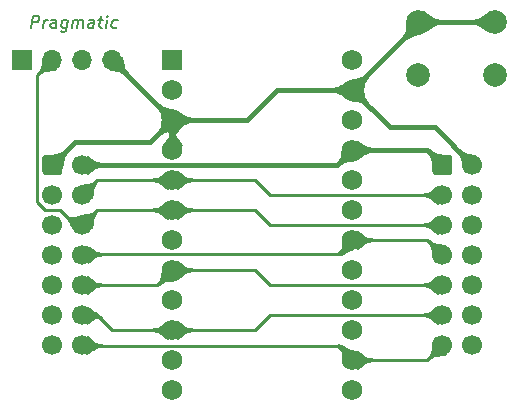
<source format=gbr>
%TF.GenerationSoftware,KiCad,Pcbnew,(5.1.12-1-10_14)*%
%TF.CreationDate,2021-12-06T09:51:28+08:00*%
%TF.ProjectId,Pragmatic,50726167-6d61-4746-9963-2e6b69636164,V0.3*%
%TF.SameCoordinates,Original*%
%TF.FileFunction,Copper,L1,Top*%
%TF.FilePolarity,Positive*%
%FSLAX46Y46*%
G04 Gerber Fmt 4.6, Leading zero omitted, Abs format (unit mm)*
G04 Created by KiCad (PCBNEW (5.1.12-1-10_14)) date 2021-12-06 09:51:28*
%MOMM*%
%LPD*%
G01*
G04 APERTURE LIST*
%TA.AperFunction,NonConductor*%
%ADD10C,0.177800*%
%TD*%
%TA.AperFunction,ComponentPad*%
%ADD11C,1.752600*%
%TD*%
%TA.AperFunction,ComponentPad*%
%ADD12R,1.752600X1.752600*%
%TD*%
%TA.AperFunction,ComponentPad*%
%ADD13O,1.700000X1.700000*%
%TD*%
%TA.AperFunction,ComponentPad*%
%ADD14R,1.700000X1.700000*%
%TD*%
%TA.AperFunction,ComponentPad*%
%ADD15C,2.000000*%
%TD*%
%TA.AperFunction,ComponentPad*%
%ADD16C,1.700000*%
%TD*%
%TA.AperFunction,Conductor*%
%ADD17C,0.250000*%
%TD*%
%TA.AperFunction,Conductor*%
%ADD18C,0.381000*%
%TD*%
%TA.AperFunction,Conductor*%
%ADD19C,0.025400*%
%TD*%
%TA.AperFunction,Conductor*%
%ADD20C,0.100000*%
%TD*%
G04 APERTURE END LIST*
D10*
X120116970Y-46814619D02*
X120243970Y-45798619D01*
X120631018Y-45798619D01*
X120721732Y-45847000D01*
X120764065Y-45895380D01*
X120800351Y-45992142D01*
X120782208Y-46137285D01*
X120721732Y-46234047D01*
X120667303Y-46282428D01*
X120564494Y-46330809D01*
X120177446Y-46330809D01*
X121132970Y-46814619D02*
X121217637Y-46137285D01*
X121193446Y-46330809D02*
X121253922Y-46234047D01*
X121308351Y-46185666D01*
X121411160Y-46137285D01*
X121507922Y-46137285D01*
X122197351Y-46814619D02*
X122263875Y-46282428D01*
X122227589Y-46185666D01*
X122136875Y-46137285D01*
X121943351Y-46137285D01*
X121840541Y-46185666D01*
X122203398Y-46766238D02*
X122100589Y-46814619D01*
X121858684Y-46814619D01*
X121767970Y-46766238D01*
X121731684Y-46669476D01*
X121743779Y-46572714D01*
X121804256Y-46475952D01*
X121907065Y-46427571D01*
X122148970Y-46427571D01*
X122251779Y-46379190D01*
X123201256Y-46137285D02*
X123098446Y-46959761D01*
X123037970Y-47056523D01*
X122983541Y-47104904D01*
X122880732Y-47153285D01*
X122735589Y-47153285D01*
X122644875Y-47104904D01*
X123122637Y-46766238D02*
X123019827Y-46814619D01*
X122826303Y-46814619D01*
X122735589Y-46766238D01*
X122693256Y-46717857D01*
X122656970Y-46621095D01*
X122693256Y-46330809D01*
X122753732Y-46234047D01*
X122808160Y-46185666D01*
X122910970Y-46137285D01*
X123104494Y-46137285D01*
X123195208Y-46185666D01*
X123600398Y-46814619D02*
X123685065Y-46137285D01*
X123672970Y-46234047D02*
X123727398Y-46185666D01*
X123830208Y-46137285D01*
X123975351Y-46137285D01*
X124066065Y-46185666D01*
X124102351Y-46282428D01*
X124035827Y-46814619D01*
X124102351Y-46282428D02*
X124162827Y-46185666D01*
X124265637Y-46137285D01*
X124410779Y-46137285D01*
X124501494Y-46185666D01*
X124537779Y-46282428D01*
X124471256Y-46814619D01*
X125390494Y-46814619D02*
X125457018Y-46282428D01*
X125420732Y-46185666D01*
X125330018Y-46137285D01*
X125136494Y-46137285D01*
X125033684Y-46185666D01*
X125396541Y-46766238D02*
X125293732Y-46814619D01*
X125051827Y-46814619D01*
X124961113Y-46766238D01*
X124924827Y-46669476D01*
X124936922Y-46572714D01*
X124997398Y-46475952D01*
X125100208Y-46427571D01*
X125342113Y-46427571D01*
X125444922Y-46379190D01*
X125813827Y-46137285D02*
X126200875Y-46137285D01*
X126001303Y-45798619D02*
X125892446Y-46669476D01*
X125928732Y-46766238D01*
X126019446Y-46814619D01*
X126116208Y-46814619D01*
X126454875Y-46814619D02*
X126539541Y-46137285D01*
X126581875Y-45798619D02*
X126527446Y-45847000D01*
X126569779Y-45895380D01*
X126624208Y-45847000D01*
X126581875Y-45798619D01*
X126569779Y-45895380D01*
X127380160Y-46766238D02*
X127277351Y-46814619D01*
X127083827Y-46814619D01*
X126993113Y-46766238D01*
X126950779Y-46717857D01*
X126914494Y-46621095D01*
X126950779Y-46330809D01*
X127011256Y-46234047D01*
X127065684Y-46185666D01*
X127168494Y-46137285D01*
X127362018Y-46137285D01*
X127452732Y-46185666D01*
D11*
%TO.P,U1,24*%
%TO.N,N/C*%
X147320000Y-49530000D03*
%TO.P,U1,12*%
%TO.N,Col6*%
X132080000Y-77470000D03*
%TO.P,U1,23*%
%TO.N,GND*%
X147320000Y-52070000D03*
%TO.P,U1,22*%
%TO.N,Reset*%
X147320000Y-54610000D03*
%TO.P,U1,21*%
%TO.N,VCC*%
X147320000Y-57150000D03*
%TO.P,U1,20*%
%TO.N,Col12*%
X147320000Y-59690000D03*
%TO.P,U1,19*%
%TO.N,Col11*%
X147320000Y-62230000D03*
%TO.P,U1,18*%
%TO.N,Row3*%
X147320000Y-64770000D03*
%TO.P,U1,17*%
%TO.N,Col10*%
X147320000Y-67310000D03*
%TO.P,U1,16*%
%TO.N,Col9*%
X147320000Y-69850000D03*
%TO.P,U1,15*%
%TO.N,Col8*%
X147320000Y-72390000D03*
%TO.P,U1,14*%
%TO.N,Row6*%
X147320000Y-74930000D03*
%TO.P,U1,13*%
%TO.N,Col7*%
X147320000Y-77470000D03*
%TO.P,U1,11*%
%TO.N,Col5*%
X132080000Y-74930000D03*
%TO.P,U1,10*%
%TO.N,Row5*%
X132080000Y-72390000D03*
%TO.P,U1,9*%
%TO.N,Col4*%
X132080000Y-69850000D03*
%TO.P,U1,8*%
%TO.N,Row4*%
X132080000Y-67310000D03*
%TO.P,U1,7*%
%TO.N,Col3*%
X132080000Y-64770000D03*
%TO.P,U1,6*%
%TO.N,Row2*%
X132080000Y-62230000D03*
%TO.P,U1,5*%
%TO.N,Row1*%
X132080000Y-59690000D03*
%TO.P,U1,4*%
%TO.N,GND*%
X132080000Y-57150000D03*
%TO.P,U1,3*%
X132080000Y-54610000D03*
%TO.P,U1,2*%
%TO.N,Col2*%
X132080000Y-52070000D03*
D12*
%TO.P,U1,1*%
%TO.N,Col1*%
X132080000Y-49530000D03*
%TD*%
D13*
%TO.P,J3,4*%
%TO.N,GND*%
X127000000Y-49530000D03*
%TO.P,J3,3*%
%TO.N,VCC*%
X124460000Y-49530000D03*
%TO.P,J3,2*%
%TO.N,Row2*%
X121920000Y-49530000D03*
D14*
%TO.P,J3,1*%
%TO.N,Row1*%
X119380000Y-49530000D03*
%TD*%
D15*
%TO.P,SW1,1*%
%TO.N,Reset*%
X152885000Y-50800000D03*
%TO.P,SW1,2*%
%TO.N,GND*%
X152885000Y-46300000D03*
%TO.P,SW1,1*%
%TO.N,Reset*%
X159385000Y-50800000D03*
%TO.P,SW1,2*%
%TO.N,GND*%
X159385000Y-46300000D03*
%TD*%
D16*
%TO.P,J2,14*%
%TO.N,Col7*%
X157480000Y-73660000D03*
%TO.P,J2,12*%
%TO.N,Col8*%
X157480000Y-71120000D03*
%TO.P,J2,10*%
%TO.N,Col9*%
X157480000Y-68580000D03*
%TO.P,J2,8*%
%TO.N,Col10*%
X157480000Y-66040000D03*
%TO.P,J2,6*%
%TO.N,Col11*%
X157480000Y-63500000D03*
%TO.P,J2,4*%
%TO.N,Col12*%
X157480000Y-60960000D03*
%TO.P,J2,2*%
%TO.N,GND*%
X157480000Y-58420000D03*
%TO.P,J2,13*%
%TO.N,Row6*%
X154940000Y-73660000D03*
%TO.P,J2,11*%
%TO.N,Row5*%
X154940000Y-71120000D03*
%TO.P,J2,9*%
%TO.N,Row4*%
X154940000Y-68580000D03*
%TO.P,J2,7*%
%TO.N,Row3*%
X154940000Y-66040000D03*
%TO.P,J2,5*%
%TO.N,Row2*%
X154940000Y-63500000D03*
%TO.P,J2,3*%
%TO.N,Row1*%
X154940000Y-60960000D03*
%TO.P,J2,1*%
%TO.N,VCC*%
%TA.AperFunction,ComponentPad*%
G36*
G01*
X154090000Y-59020000D02*
X154090000Y-57820000D01*
G75*
G02*
X154340000Y-57570000I250000J0D01*
G01*
X155540000Y-57570000D01*
G75*
G02*
X155790000Y-57820000I0J-250000D01*
G01*
X155790000Y-59020000D01*
G75*
G02*
X155540000Y-59270000I-250000J0D01*
G01*
X154340000Y-59270000D01*
G75*
G02*
X154090000Y-59020000I0J250000D01*
G01*
G37*
%TD.AperFunction*%
%TD*%
%TO.P,J1,14*%
%TO.N,Row6*%
X124460000Y-73660000D03*
%TO.P,J1,12*%
%TO.N,Row5*%
X124460000Y-71120000D03*
%TO.P,J1,10*%
%TO.N,Row4*%
X124460000Y-68580000D03*
%TO.P,J1,8*%
%TO.N,Row3*%
X124460000Y-66040000D03*
%TO.P,J1,6*%
%TO.N,Row2*%
X124460000Y-63500000D03*
%TO.P,J1,4*%
%TO.N,Row1*%
X124460000Y-60960000D03*
%TO.P,J1,2*%
%TO.N,VCC*%
X124460000Y-58420000D03*
%TO.P,J1,13*%
%TO.N,Col6*%
X121920000Y-73660000D03*
%TO.P,J1,11*%
%TO.N,Col5*%
X121920000Y-71120000D03*
%TO.P,J1,9*%
%TO.N,Col4*%
X121920000Y-68580000D03*
%TO.P,J1,7*%
%TO.N,Col3*%
X121920000Y-66040000D03*
%TO.P,J1,5*%
%TO.N,Col2*%
X121920000Y-63500000D03*
%TO.P,J1,3*%
%TO.N,Col1*%
X121920000Y-60960000D03*
%TO.P,J1,1*%
%TO.N,GND*%
%TA.AperFunction,ComponentPad*%
G36*
G01*
X121070000Y-59020000D02*
X121070000Y-57820000D01*
G75*
G02*
X121320000Y-57570000I250000J0D01*
G01*
X122520000Y-57570000D01*
G75*
G02*
X122770000Y-57820000I0J-250000D01*
G01*
X122770000Y-59020000D01*
G75*
G02*
X122520000Y-59270000I-250000J0D01*
G01*
X121320000Y-59270000D01*
G75*
G02*
X121070000Y-59020000I0J250000D01*
G01*
G37*
%TD.AperFunction*%
%TD*%
D17*
%TO.N,Row1*%
X132080000Y-59690000D02*
X131445000Y-59690000D01*
X140335000Y-60960000D02*
X154940000Y-60960000D01*
X139065000Y-59690000D02*
X140335000Y-60960000D01*
X132080000Y-59690000D02*
X139065000Y-59690000D01*
X125730000Y-59690000D02*
X132080000Y-59690000D01*
X124460000Y-60960000D02*
X125730000Y-59690000D01*
D18*
%TO.N,VCC*%
X153670000Y-57150000D02*
X147320000Y-57150000D01*
X154940000Y-58420000D02*
X153670000Y-57150000D01*
X124463199Y-58416801D02*
X124460000Y-58420000D01*
X146053199Y-58416801D02*
X124463199Y-58416801D01*
X147320000Y-57150000D02*
X146053199Y-58416801D01*
D17*
%TO.N,Row3*%
X153670000Y-64770000D02*
X154940000Y-66040000D01*
X147320000Y-64770000D02*
X153670000Y-64770000D01*
X124528699Y-65971301D02*
X124460000Y-66040000D01*
X146118699Y-65971301D02*
X124528699Y-65971301D01*
X147320000Y-64770000D02*
X146118699Y-65971301D01*
%TO.N,Row5*%
X140335000Y-71120000D02*
X154940000Y-71120000D01*
X139065000Y-72390000D02*
X140335000Y-71120000D01*
X132080000Y-72390000D02*
X139065000Y-72390000D01*
X127000000Y-72390000D02*
X132080000Y-72390000D01*
X125730000Y-71120000D02*
X127000000Y-72390000D01*
X124460000Y-71120000D02*
X125730000Y-71120000D01*
%TO.N,Row6*%
X153670000Y-74930000D02*
X147320000Y-74930000D01*
X154940000Y-73660000D02*
X153670000Y-74930000D01*
X124528699Y-73728699D02*
X124460000Y-73660000D01*
X146118699Y-73728699D02*
X124528699Y-73728699D01*
X147320000Y-74930000D02*
X146118699Y-73728699D01*
%TO.N,Row4*%
X139065000Y-67310000D02*
X140335000Y-68580000D01*
X140335000Y-68580000D02*
X154940000Y-68580000D01*
X132080000Y-67310000D02*
X139065000Y-67310000D01*
X132080000Y-67310000D02*
X130810000Y-68580000D01*
X130810000Y-68580000D02*
X124460000Y-68580000D01*
%TO.N,Row2*%
X132080000Y-62230000D02*
X131445000Y-62230000D01*
X139065000Y-62230000D02*
X140335000Y-63500000D01*
X140335000Y-63500000D02*
X154940000Y-63500000D01*
X132080000Y-62230000D02*
X139065000Y-62230000D01*
X125730000Y-62230000D02*
X124460000Y-63500000D01*
X132080000Y-62230000D02*
X125730000Y-62230000D01*
X120650000Y-50800000D02*
X121920000Y-49530000D01*
X120650000Y-61595000D02*
X120650000Y-50800000D01*
X121285000Y-62230000D02*
X120650000Y-61595000D01*
X122555000Y-62230000D02*
X121285000Y-62230000D01*
X123825000Y-63500000D02*
X122555000Y-62230000D01*
X124460000Y-63500000D02*
X123825000Y-63500000D01*
D18*
%TO.N,GND*%
X132080000Y-57150000D02*
X132080000Y-54610000D01*
X132080000Y-54610000D02*
X127000000Y-49530000D01*
X152885000Y-46505000D02*
X152885000Y-46300000D01*
X147320000Y-52070000D02*
X152885000Y-46505000D01*
X152885000Y-46300000D02*
X159385000Y-46300000D01*
X140970000Y-52070000D02*
X147320000Y-52070000D01*
X138430000Y-54610000D02*
X140970000Y-52070000D01*
X150495000Y-55245000D02*
X147320000Y-52070000D01*
X154305000Y-55245000D02*
X150495000Y-55245000D01*
X157480000Y-58420000D02*
X154305000Y-55245000D01*
X123825000Y-56515000D02*
X121920000Y-58420000D01*
X130175000Y-56515000D02*
X123825000Y-56515000D01*
X132080000Y-54610000D02*
X130175000Y-56515000D01*
X132080000Y-54610000D02*
X138430000Y-54610000D01*
%TD*%
D19*
%TO.N,Row1*%
X155346678Y-60960000D02*
X154567399Y-61709395D01*
X154417366Y-61627642D01*
X154286404Y-61539799D01*
X154174125Y-61452440D01*
X154072664Y-61368067D01*
X154072478Y-61367915D01*
X153974192Y-61289278D01*
X153973418Y-61288706D01*
X153870611Y-61218532D01*
X153869249Y-61217722D01*
X153754071Y-61158615D01*
X153752314Y-61157874D01*
X153616913Y-61112433D01*
X153615103Y-61111970D01*
X153451629Y-61082799D01*
X153450053Y-61082619D01*
X153262700Y-61072939D01*
X153262700Y-60847061D01*
X153450053Y-60837380D01*
X153451629Y-60837200D01*
X153615103Y-60808029D01*
X153616913Y-60807566D01*
X153752314Y-60762125D01*
X153754071Y-60761384D01*
X153869249Y-60702277D01*
X153870611Y-60701467D01*
X153973418Y-60631293D01*
X153974192Y-60630721D01*
X154072478Y-60552084D01*
X154072664Y-60551932D01*
X154174125Y-60467559D01*
X154286404Y-60380200D01*
X154417366Y-60292357D01*
X154567399Y-60210605D01*
X155346678Y-60960000D01*
%TA.AperFunction,Conductor*%
D20*
G36*
X155346678Y-60960000D02*
G01*
X154567399Y-61709395D01*
X154417366Y-61627642D01*
X154286404Y-61539799D01*
X154174125Y-61452440D01*
X154072664Y-61368067D01*
X154072478Y-61367915D01*
X153974192Y-61289278D01*
X153973418Y-61288706D01*
X153870611Y-61218532D01*
X153869249Y-61217722D01*
X153754071Y-61158615D01*
X153752314Y-61157874D01*
X153616913Y-61112433D01*
X153615103Y-61111970D01*
X153451629Y-61082799D01*
X153450053Y-61082619D01*
X153262700Y-61072939D01*
X153262700Y-60847061D01*
X153450053Y-60837380D01*
X153451629Y-60837200D01*
X153615103Y-60808029D01*
X153616913Y-60807566D01*
X153752314Y-60762125D01*
X153754071Y-60761384D01*
X153869249Y-60702277D01*
X153870611Y-60701467D01*
X153973418Y-60631293D01*
X153974192Y-60630721D01*
X154072478Y-60552084D01*
X154072664Y-60551932D01*
X154174125Y-60467559D01*
X154286404Y-60380200D01*
X154417366Y-60292357D01*
X154567399Y-60210605D01*
X155346678Y-60960000D01*
G37*
%TD.AperFunction*%
%TD*%
D19*
%TO.N,Row1*%
X132619643Y-59001758D02*
X132755168Y-59092806D01*
X132871281Y-59183381D01*
X132976142Y-59270877D01*
X132976325Y-59271027D01*
X133077871Y-59352601D01*
X133078644Y-59353175D01*
X133184855Y-59425986D01*
X133186218Y-59426800D01*
X133305233Y-59488142D01*
X133306995Y-59488888D01*
X133446951Y-59536054D01*
X133448767Y-59536520D01*
X133617804Y-59566804D01*
X133619386Y-59566986D01*
X133813600Y-59577058D01*
X133813600Y-59802941D01*
X133619386Y-59813013D01*
X133617804Y-59813195D01*
X133448767Y-59843479D01*
X133446951Y-59843945D01*
X133306995Y-59891111D01*
X133305233Y-59891857D01*
X133186218Y-59953199D01*
X133184855Y-59954013D01*
X133078644Y-60026824D01*
X133077871Y-60027398D01*
X132976325Y-60108972D01*
X132976142Y-60109122D01*
X132871281Y-60196618D01*
X132755168Y-60287193D01*
X132619643Y-60378241D01*
X132464064Y-60463064D01*
X131660172Y-59690000D01*
X132464064Y-58916936D01*
X132619643Y-59001758D01*
%TA.AperFunction,Conductor*%
D20*
G36*
X132619643Y-59001758D02*
G01*
X132755168Y-59092806D01*
X132871281Y-59183381D01*
X132976142Y-59270877D01*
X132976325Y-59271027D01*
X133077871Y-59352601D01*
X133078644Y-59353175D01*
X133184855Y-59425986D01*
X133186218Y-59426800D01*
X133305233Y-59488142D01*
X133306995Y-59488888D01*
X133446951Y-59536054D01*
X133448767Y-59536520D01*
X133617804Y-59566804D01*
X133619386Y-59566986D01*
X133813600Y-59577058D01*
X133813600Y-59802941D01*
X133619386Y-59813013D01*
X133617804Y-59813195D01*
X133448767Y-59843479D01*
X133446951Y-59843945D01*
X133306995Y-59891111D01*
X133305233Y-59891857D01*
X133186218Y-59953199D01*
X133184855Y-59954013D01*
X133078644Y-60026824D01*
X133077871Y-60027398D01*
X132976325Y-60108972D01*
X132976142Y-60109122D01*
X132871281Y-60196618D01*
X132755168Y-60287193D01*
X132619643Y-60378241D01*
X132464064Y-60463064D01*
X131660172Y-59690000D01*
X132464064Y-58916936D01*
X132619643Y-59001758D01*
G37*
%TD.AperFunction*%
%TD*%
D19*
%TO.N,Row1*%
X132499828Y-59690000D02*
X131695936Y-60463064D01*
X131540356Y-60378241D01*
X131404831Y-60287193D01*
X131288718Y-60196618D01*
X131183857Y-60109122D01*
X131183674Y-60108972D01*
X131082128Y-60027398D01*
X131081355Y-60026824D01*
X130975144Y-59954013D01*
X130973781Y-59953199D01*
X130854766Y-59891857D01*
X130853004Y-59891111D01*
X130713048Y-59843945D01*
X130711232Y-59843479D01*
X130542195Y-59813195D01*
X130540613Y-59813013D01*
X130346400Y-59802941D01*
X130346400Y-59577058D01*
X130540613Y-59566986D01*
X130542195Y-59566804D01*
X130711232Y-59536520D01*
X130713048Y-59536054D01*
X130853004Y-59488888D01*
X130854766Y-59488142D01*
X130973781Y-59426800D01*
X130975144Y-59425986D01*
X131081355Y-59353175D01*
X131082128Y-59352601D01*
X131183674Y-59271027D01*
X131183857Y-59270877D01*
X131288718Y-59183381D01*
X131404831Y-59092806D01*
X131540356Y-59001758D01*
X131695936Y-58916936D01*
X132499828Y-59690000D01*
%TA.AperFunction,Conductor*%
D20*
G36*
X132499828Y-59690000D02*
G01*
X131695936Y-60463064D01*
X131540356Y-60378241D01*
X131404831Y-60287193D01*
X131288718Y-60196618D01*
X131183857Y-60109122D01*
X131183674Y-60108972D01*
X131082128Y-60027398D01*
X131081355Y-60026824D01*
X130975144Y-59954013D01*
X130973781Y-59953199D01*
X130854766Y-59891857D01*
X130853004Y-59891111D01*
X130713048Y-59843945D01*
X130711232Y-59843479D01*
X130542195Y-59813195D01*
X130540613Y-59813013D01*
X130346400Y-59802941D01*
X130346400Y-59577058D01*
X130540613Y-59566986D01*
X130542195Y-59566804D01*
X130711232Y-59536520D01*
X130713048Y-59536054D01*
X130853004Y-59488888D01*
X130854766Y-59488142D01*
X130973781Y-59426800D01*
X130975144Y-59425986D01*
X131081355Y-59353175D01*
X131082128Y-59352601D01*
X131183674Y-59271027D01*
X131183857Y-59270877D01*
X131288718Y-59183381D01*
X131404831Y-59092806D01*
X131540356Y-59001758D01*
X131695936Y-58916936D01*
X132499828Y-59690000D01*
G37*
%TD.AperFunction*%
%TD*%
D19*
%TO.N,Row1*%
X125725889Y-59853830D02*
X125600254Y-59993154D01*
X125599268Y-59994396D01*
X125504303Y-60130617D01*
X125503350Y-60132224D01*
X125439738Y-60260098D01*
X125439019Y-60261865D01*
X125399371Y-60385104D01*
X125398981Y-60386639D01*
X125375906Y-60508954D01*
X125375764Y-60509906D01*
X125361870Y-60635009D01*
X125361845Y-60635248D01*
X125349760Y-60766664D01*
X125332142Y-60907816D01*
X125301650Y-61062544D01*
X125253372Y-61226433D01*
X124172436Y-61247564D01*
X124193567Y-60166628D01*
X124357455Y-60118349D01*
X124512183Y-60087857D01*
X124653335Y-60070239D01*
X124784751Y-60058154D01*
X124784990Y-60058129D01*
X124910093Y-60044235D01*
X124911045Y-60044093D01*
X125033360Y-60021018D01*
X125034895Y-60020628D01*
X125158134Y-59980980D01*
X125159901Y-59980261D01*
X125287775Y-59916649D01*
X125289382Y-59915696D01*
X125425603Y-59820731D01*
X125426845Y-59819745D01*
X125566169Y-59694110D01*
X125725889Y-59853830D01*
%TA.AperFunction,Conductor*%
D20*
G36*
X125725889Y-59853830D02*
G01*
X125600254Y-59993154D01*
X125599268Y-59994396D01*
X125504303Y-60130617D01*
X125503350Y-60132224D01*
X125439738Y-60260098D01*
X125439019Y-60261865D01*
X125399371Y-60385104D01*
X125398981Y-60386639D01*
X125375906Y-60508954D01*
X125375764Y-60509906D01*
X125361870Y-60635009D01*
X125361845Y-60635248D01*
X125349760Y-60766664D01*
X125332142Y-60907816D01*
X125301650Y-61062544D01*
X125253372Y-61226433D01*
X124172436Y-61247564D01*
X124193567Y-60166628D01*
X124357455Y-60118349D01*
X124512183Y-60087857D01*
X124653335Y-60070239D01*
X124784751Y-60058154D01*
X124784990Y-60058129D01*
X124910093Y-60044235D01*
X124911045Y-60044093D01*
X125033360Y-60021018D01*
X125034895Y-60020628D01*
X125158134Y-59980980D01*
X125159901Y-59980261D01*
X125287775Y-59916649D01*
X125289382Y-59915696D01*
X125425603Y-59820731D01*
X125426845Y-59819745D01*
X125566169Y-59694110D01*
X125725889Y-59853830D01*
G37*
%TD.AperFunction*%
%TD*%
D19*
%TO.N,VCC*%
X147855749Y-56457876D02*
X147989785Y-56542820D01*
X148106292Y-56625704D01*
X148212738Y-56704433D01*
X148213025Y-56704639D01*
X148316816Y-56777026D01*
X148317641Y-56777555D01*
X148426236Y-56841447D01*
X148427554Y-56842122D01*
X148548513Y-56895438D01*
X148550114Y-56896019D01*
X148690998Y-56936678D01*
X148692587Y-56937028D01*
X148860955Y-56962949D01*
X148862319Y-56963084D01*
X149053600Y-56971644D01*
X149053600Y-57328356D01*
X148862319Y-57336915D01*
X148860955Y-57337050D01*
X148692587Y-57362971D01*
X148690998Y-57363321D01*
X148550114Y-57403980D01*
X148548513Y-57404561D01*
X148427554Y-57457877D01*
X148426236Y-57458552D01*
X148317641Y-57522444D01*
X148316816Y-57522973D01*
X148213025Y-57595360D01*
X148212738Y-57595566D01*
X148106292Y-57674295D01*
X147989785Y-57757179D01*
X147855749Y-57842123D01*
X147704123Y-57923121D01*
X146900172Y-57150000D01*
X147704123Y-56376879D01*
X147855749Y-56457876D01*
%TA.AperFunction,Conductor*%
D20*
G36*
X147855749Y-56457876D02*
G01*
X147989785Y-56542820D01*
X148106292Y-56625704D01*
X148212738Y-56704433D01*
X148213025Y-56704639D01*
X148316816Y-56777026D01*
X148317641Y-56777555D01*
X148426236Y-56841447D01*
X148427554Y-56842122D01*
X148548513Y-56895438D01*
X148550114Y-56896019D01*
X148690998Y-56936678D01*
X148692587Y-56937028D01*
X148860955Y-56962949D01*
X148862319Y-56963084D01*
X149053600Y-56971644D01*
X149053600Y-57328356D01*
X148862319Y-57336915D01*
X148860955Y-57337050D01*
X148692587Y-57362971D01*
X148690998Y-57363321D01*
X148550114Y-57403980D01*
X148548513Y-57404561D01*
X148427554Y-57457877D01*
X148426236Y-57458552D01*
X148317641Y-57522444D01*
X148316816Y-57522973D01*
X148213025Y-57595360D01*
X148212738Y-57595566D01*
X148106292Y-57674295D01*
X147989785Y-57757179D01*
X147855749Y-57842123D01*
X147704123Y-57923121D01*
X146900172Y-57150000D01*
X147704123Y-56376879D01*
X147855749Y-56457876D01*
G37*
%TD.AperFunction*%
%TD*%
D19*
%TO.N,VCC*%
X154016274Y-57232492D02*
X154017323Y-57233354D01*
X154149993Y-57330939D01*
X154151349Y-57331809D01*
X154275281Y-57400681D01*
X154276809Y-57401402D01*
X154395750Y-57448100D01*
X154397150Y-57448557D01*
X154514843Y-57479623D01*
X154515800Y-57479837D01*
X154635993Y-57501810D01*
X154636349Y-57501870D01*
X154762699Y-57521277D01*
X154898658Y-57544602D01*
X155048060Y-57578363D01*
X155206431Y-57626542D01*
X155227564Y-58707564D01*
X154146542Y-58686431D01*
X154098363Y-58528060D01*
X154064602Y-58378658D01*
X154041277Y-58242699D01*
X154021870Y-58116349D01*
X154021810Y-58115993D01*
X153999837Y-57995800D01*
X153999623Y-57994843D01*
X153968557Y-57877150D01*
X153968100Y-57875750D01*
X153921402Y-57756809D01*
X153920681Y-57755281D01*
X153851809Y-57631349D01*
X153850939Y-57629993D01*
X153753354Y-57497323D01*
X153752492Y-57496274D01*
X153627858Y-57360084D01*
X153880084Y-57107858D01*
X154016274Y-57232492D01*
%TA.AperFunction,Conductor*%
D20*
G36*
X154016274Y-57232492D02*
G01*
X154017323Y-57233354D01*
X154149993Y-57330939D01*
X154151349Y-57331809D01*
X154275281Y-57400681D01*
X154276809Y-57401402D01*
X154395750Y-57448100D01*
X154397150Y-57448557D01*
X154514843Y-57479623D01*
X154515800Y-57479837D01*
X154635993Y-57501810D01*
X154636349Y-57501870D01*
X154762699Y-57521277D01*
X154898658Y-57544602D01*
X155048060Y-57578363D01*
X155206431Y-57626542D01*
X155227564Y-58707564D01*
X154146542Y-58686431D01*
X154098363Y-58528060D01*
X154064602Y-58378658D01*
X154041277Y-58242699D01*
X154021870Y-58116349D01*
X154021810Y-58115993D01*
X153999837Y-57995800D01*
X153999623Y-57994843D01*
X153968557Y-57877150D01*
X153968100Y-57875750D01*
X153921402Y-57756809D01*
X153920681Y-57755281D01*
X153851809Y-57631349D01*
X153850939Y-57629993D01*
X153753354Y-57497323D01*
X153752492Y-57496274D01*
X153627858Y-57360084D01*
X153880084Y-57107858D01*
X154016274Y-57232492D01*
G37*
%TD.AperFunction*%
%TD*%
D19*
%TO.N,VCC*%
X124976691Y-57746748D02*
X125106896Y-57828200D01*
X125220179Y-57907594D01*
X125323786Y-57982966D01*
X125324077Y-57983172D01*
X125425126Y-58052428D01*
X125425950Y-58052947D01*
X125531647Y-58114042D01*
X125532955Y-58114701D01*
X125650596Y-58165660D01*
X125652177Y-58166224D01*
X125789058Y-58205070D01*
X125790623Y-58205409D01*
X125954043Y-58230166D01*
X125955386Y-58230297D01*
X126140499Y-58238454D01*
X126140499Y-58595150D01*
X125955922Y-58603309D01*
X125954573Y-58603441D01*
X125791621Y-58628225D01*
X125790048Y-58628568D01*
X125653592Y-58667486D01*
X125652001Y-58668057D01*
X125534775Y-58719152D01*
X125533457Y-58719820D01*
X125428195Y-58781137D01*
X125427361Y-58781667D01*
X125326796Y-58851251D01*
X125326495Y-58851466D01*
X125223471Y-58927280D01*
X125110821Y-59007304D01*
X124981423Y-59089526D01*
X124835506Y-59168037D01*
X124053326Y-58421543D01*
X124829818Y-57669136D01*
X124976691Y-57746748D01*
%TA.AperFunction,Conductor*%
D20*
G36*
X124976691Y-57746748D02*
G01*
X125106896Y-57828200D01*
X125220179Y-57907594D01*
X125323786Y-57982966D01*
X125324077Y-57983172D01*
X125425126Y-58052428D01*
X125425950Y-58052947D01*
X125531647Y-58114042D01*
X125532955Y-58114701D01*
X125650596Y-58165660D01*
X125652177Y-58166224D01*
X125789058Y-58205070D01*
X125790623Y-58205409D01*
X125954043Y-58230166D01*
X125955386Y-58230297D01*
X126140499Y-58238454D01*
X126140499Y-58595150D01*
X125955922Y-58603309D01*
X125954573Y-58603441D01*
X125791621Y-58628225D01*
X125790048Y-58628568D01*
X125653592Y-58667486D01*
X125652001Y-58668057D01*
X125534775Y-58719152D01*
X125533457Y-58719820D01*
X125428195Y-58781137D01*
X125427361Y-58781667D01*
X125326796Y-58851251D01*
X125326495Y-58851466D01*
X125223471Y-58927280D01*
X125110821Y-59007304D01*
X124981423Y-59089526D01*
X124835506Y-59168037D01*
X124053326Y-58421543D01*
X124829818Y-57669136D01*
X124976691Y-57746748D01*
G37*
%TD.AperFunction*%
%TD*%
D19*
%TO.N,VCC*%
X147595062Y-57968295D02*
X147430574Y-58018236D01*
X147275723Y-58052952D01*
X147134751Y-58076723D01*
X147003802Y-58096324D01*
X147003453Y-58096381D01*
X146878876Y-58118586D01*
X146877919Y-58118795D01*
X146755953Y-58150405D01*
X146754544Y-58150860D01*
X146631313Y-58198691D01*
X146629770Y-58199412D01*
X146501400Y-58270282D01*
X146500029Y-58271158D01*
X146362646Y-58371883D01*
X146361585Y-58372752D01*
X146220277Y-58501955D01*
X145968045Y-58249723D01*
X146097247Y-58108414D01*
X146098116Y-58107353D01*
X146198841Y-57969970D01*
X146199717Y-57968599D01*
X146270587Y-57840229D01*
X146271308Y-57838686D01*
X146319139Y-57715455D01*
X146319594Y-57714046D01*
X146351204Y-57592080D01*
X146351413Y-57591123D01*
X146373618Y-57466546D01*
X146373675Y-57466197D01*
X146393276Y-57335248D01*
X146417047Y-57194276D01*
X146451763Y-57039425D01*
X146501705Y-56874938D01*
X147616862Y-56853138D01*
X147595062Y-57968295D01*
%TA.AperFunction,Conductor*%
D20*
G36*
X147595062Y-57968295D02*
G01*
X147430574Y-58018236D01*
X147275723Y-58052952D01*
X147134751Y-58076723D01*
X147003802Y-58096324D01*
X147003453Y-58096381D01*
X146878876Y-58118586D01*
X146877919Y-58118795D01*
X146755953Y-58150405D01*
X146754544Y-58150860D01*
X146631313Y-58198691D01*
X146629770Y-58199412D01*
X146501400Y-58270282D01*
X146500029Y-58271158D01*
X146362646Y-58371883D01*
X146361585Y-58372752D01*
X146220277Y-58501955D01*
X145968045Y-58249723D01*
X146097247Y-58108414D01*
X146098116Y-58107353D01*
X146198841Y-57969970D01*
X146199717Y-57968599D01*
X146270587Y-57840229D01*
X146271308Y-57838686D01*
X146319139Y-57715455D01*
X146319594Y-57714046D01*
X146351204Y-57592080D01*
X146351413Y-57591123D01*
X146373618Y-57466546D01*
X146373675Y-57466197D01*
X146393276Y-57335248D01*
X146417047Y-57194276D01*
X146451763Y-57039425D01*
X146501705Y-56874938D01*
X147616862Y-56853138D01*
X147595062Y-57968295D01*
G37*
%TD.AperFunction*%
%TD*%
D19*
%TO.N,Row3*%
X153973154Y-64899745D02*
X153974396Y-64900731D01*
X154110617Y-64995696D01*
X154112224Y-64996649D01*
X154240098Y-65060261D01*
X154241865Y-65060980D01*
X154365104Y-65100628D01*
X154366639Y-65101018D01*
X154488954Y-65124093D01*
X154489906Y-65124235D01*
X154615009Y-65138129D01*
X154615248Y-65138154D01*
X154746664Y-65150239D01*
X154887816Y-65167857D01*
X155042544Y-65198349D01*
X155206433Y-65246628D01*
X155227564Y-66327564D01*
X154146628Y-66306433D01*
X154098349Y-66142544D01*
X154067857Y-65987816D01*
X154050239Y-65846664D01*
X154038154Y-65715248D01*
X154038129Y-65715009D01*
X154024235Y-65589906D01*
X154024093Y-65588954D01*
X154001018Y-65466639D01*
X154000628Y-65465104D01*
X153960980Y-65341865D01*
X153960261Y-65340098D01*
X153896649Y-65212224D01*
X153895696Y-65210617D01*
X153800731Y-65074396D01*
X153799745Y-65073154D01*
X153674110Y-64933831D01*
X153833831Y-64774110D01*
X153973154Y-64899745D01*
%TA.AperFunction,Conductor*%
D20*
G36*
X153973154Y-64899745D02*
G01*
X153974396Y-64900731D01*
X154110617Y-64995696D01*
X154112224Y-64996649D01*
X154240098Y-65060261D01*
X154241865Y-65060980D01*
X154365104Y-65100628D01*
X154366639Y-65101018D01*
X154488954Y-65124093D01*
X154489906Y-65124235D01*
X154615009Y-65138129D01*
X154615248Y-65138154D01*
X154746664Y-65150239D01*
X154887816Y-65167857D01*
X155042544Y-65198349D01*
X155206433Y-65246628D01*
X155227564Y-66327564D01*
X154146628Y-66306433D01*
X154098349Y-66142544D01*
X154067857Y-65987816D01*
X154050239Y-65846664D01*
X154038154Y-65715248D01*
X154038129Y-65715009D01*
X154024235Y-65589906D01*
X154024093Y-65588954D01*
X154001018Y-65466639D01*
X154000628Y-65465104D01*
X153960980Y-65341865D01*
X153960261Y-65340098D01*
X153896649Y-65212224D01*
X153895696Y-65210617D01*
X153800731Y-65074396D01*
X153799745Y-65073154D01*
X153674110Y-64933831D01*
X153833831Y-64774110D01*
X153973154Y-64899745D01*
G37*
%TD.AperFunction*%
%TD*%
D19*
%TO.N,Row3*%
X147859643Y-64081758D02*
X147995168Y-64172806D01*
X148111281Y-64263381D01*
X148216142Y-64350877D01*
X148216325Y-64351027D01*
X148317871Y-64432601D01*
X148318644Y-64433175D01*
X148424855Y-64505986D01*
X148426218Y-64506800D01*
X148545233Y-64568142D01*
X148546995Y-64568888D01*
X148686951Y-64616054D01*
X148688767Y-64616520D01*
X148857804Y-64646804D01*
X148859386Y-64646986D01*
X149053600Y-64657058D01*
X149053600Y-64882941D01*
X148859386Y-64893013D01*
X148857804Y-64893195D01*
X148688767Y-64923479D01*
X148686951Y-64923945D01*
X148546995Y-64971111D01*
X148545233Y-64971857D01*
X148426218Y-65033199D01*
X148424855Y-65034013D01*
X148318644Y-65106824D01*
X148317871Y-65107398D01*
X148216325Y-65188972D01*
X148216142Y-65189122D01*
X148111281Y-65276618D01*
X147995168Y-65367193D01*
X147859643Y-65458241D01*
X147704064Y-65543064D01*
X146900172Y-64770000D01*
X147704064Y-63996936D01*
X147859643Y-64081758D01*
%TA.AperFunction,Conductor*%
D20*
G36*
X147859643Y-64081758D02*
G01*
X147995168Y-64172806D01*
X148111281Y-64263381D01*
X148216142Y-64350877D01*
X148216325Y-64351027D01*
X148317871Y-64432601D01*
X148318644Y-64433175D01*
X148424855Y-64505986D01*
X148426218Y-64506800D01*
X148545233Y-64568142D01*
X148546995Y-64568888D01*
X148686951Y-64616054D01*
X148688767Y-64616520D01*
X148857804Y-64646804D01*
X148859386Y-64646986D01*
X149053600Y-64657058D01*
X149053600Y-64882941D01*
X148859386Y-64893013D01*
X148857804Y-64893195D01*
X148688767Y-64923479D01*
X148686951Y-64923945D01*
X148546995Y-64971111D01*
X148545233Y-64971857D01*
X148426218Y-65033199D01*
X148424855Y-65034013D01*
X148318644Y-65106824D01*
X148317871Y-65107398D01*
X148216325Y-65188972D01*
X148216142Y-65189122D01*
X148111281Y-65276618D01*
X147995168Y-65367193D01*
X147859643Y-65458241D01*
X147704064Y-65543064D01*
X146900172Y-64770000D01*
X147704064Y-63996936D01*
X147859643Y-64081758D01*
G37*
%TD.AperFunction*%
%TD*%
D19*
%TO.N,Row3*%
X124931801Y-65334502D02*
X125072203Y-65413580D01*
X125192468Y-65493996D01*
X125300887Y-65573098D01*
X125300978Y-65573164D01*
X125405463Y-65647984D01*
X125406144Y-65648439D01*
X125514653Y-65716002D01*
X125515905Y-65716687D01*
X125636589Y-65774164D01*
X125638223Y-65774808D01*
X125779237Y-65819367D01*
X125780936Y-65819777D01*
X125950435Y-65848588D01*
X125951933Y-65848752D01*
X126145999Y-65858386D01*
X126145999Y-66084250D01*
X125962724Y-66093872D01*
X125961108Y-66094062D01*
X125801184Y-66123272D01*
X125799302Y-66123767D01*
X125667207Y-66169607D01*
X125665356Y-66170420D01*
X125553530Y-66230562D01*
X125552073Y-66231478D01*
X125452959Y-66303595D01*
X125452094Y-66304284D01*
X125358134Y-66386048D01*
X125357850Y-66386302D01*
X125261578Y-66475302D01*
X125155656Y-66569023D01*
X125032555Y-66665184D01*
X124891864Y-66756901D01*
X124054648Y-66072811D01*
X124770922Y-65262987D01*
X124931801Y-65334502D01*
%TA.AperFunction,Conductor*%
D20*
G36*
X124931801Y-65334502D02*
G01*
X125072203Y-65413580D01*
X125192468Y-65493996D01*
X125300887Y-65573098D01*
X125300978Y-65573164D01*
X125405463Y-65647984D01*
X125406144Y-65648439D01*
X125514653Y-65716002D01*
X125515905Y-65716687D01*
X125636589Y-65774164D01*
X125638223Y-65774808D01*
X125779237Y-65819367D01*
X125780936Y-65819777D01*
X125950435Y-65848588D01*
X125951933Y-65848752D01*
X126145999Y-65858386D01*
X126145999Y-66084250D01*
X125962724Y-66093872D01*
X125961108Y-66094062D01*
X125801184Y-66123272D01*
X125799302Y-66123767D01*
X125667207Y-66169607D01*
X125665356Y-66170420D01*
X125553530Y-66230562D01*
X125552073Y-66231478D01*
X125452959Y-66303595D01*
X125452094Y-66304284D01*
X125358134Y-66386048D01*
X125357850Y-66386302D01*
X125261578Y-66475302D01*
X125155656Y-66569023D01*
X125032555Y-66665184D01*
X124891864Y-66756901D01*
X124054648Y-66072811D01*
X124770922Y-65262987D01*
X124931801Y-65334502D01*
G37*
%TD.AperFunction*%
%TD*%
D19*
%TO.N,Row3*%
X147309996Y-65634345D02*
X147158340Y-65646238D01*
X147156166Y-65646600D01*
X147023374Y-65680800D01*
X147021347Y-65681509D01*
X146908877Y-65731909D01*
X146907427Y-65732675D01*
X146807725Y-65793875D01*
X146807052Y-65794319D01*
X146712650Y-65860860D01*
X146616286Y-65927142D01*
X146510768Y-65987654D01*
X146388338Y-66037350D01*
X146241143Y-66071099D01*
X146073996Y-66082689D01*
X146073996Y-65857541D01*
X146243094Y-65836831D01*
X146245523Y-65836287D01*
X146247443Y-65835475D01*
X146366728Y-65772996D01*
X146368809Y-65771630D01*
X146371155Y-65769147D01*
X146440904Y-65671892D01*
X146442150Y-65669737D01*
X146442904Y-65667575D01*
X146474549Y-65541167D01*
X146474922Y-65538504D01*
X146479899Y-65388568D01*
X146479882Y-65387372D01*
X146469623Y-65219533D01*
X146469608Y-65219320D01*
X146455569Y-65039480D01*
X146449172Y-64853631D01*
X146461697Y-64667519D01*
X146502336Y-64494925D01*
X147613289Y-64473208D01*
X147309996Y-65634345D01*
%TA.AperFunction,Conductor*%
D20*
G36*
X147309996Y-65634345D02*
G01*
X147158340Y-65646238D01*
X147156166Y-65646600D01*
X147023374Y-65680800D01*
X147021347Y-65681509D01*
X146908877Y-65731909D01*
X146907427Y-65732675D01*
X146807725Y-65793875D01*
X146807052Y-65794319D01*
X146712650Y-65860860D01*
X146616286Y-65927142D01*
X146510768Y-65987654D01*
X146388338Y-66037350D01*
X146241143Y-66071099D01*
X146073996Y-66082689D01*
X146073996Y-65857541D01*
X146243094Y-65836831D01*
X146245523Y-65836287D01*
X146247443Y-65835475D01*
X146366728Y-65772996D01*
X146368809Y-65771630D01*
X146371155Y-65769147D01*
X146440904Y-65671892D01*
X146442150Y-65669737D01*
X146442904Y-65667575D01*
X146474549Y-65541167D01*
X146474922Y-65538504D01*
X146479899Y-65388568D01*
X146479882Y-65387372D01*
X146469623Y-65219533D01*
X146469608Y-65219320D01*
X146455569Y-65039480D01*
X146449172Y-64853631D01*
X146461697Y-64667519D01*
X146502336Y-64494925D01*
X147613289Y-64473208D01*
X147309996Y-65634345D01*
G37*
%TD.AperFunction*%
%TD*%
D19*
%TO.N,Row5*%
X155346678Y-71120000D02*
X154567399Y-71869395D01*
X154417366Y-71787642D01*
X154286404Y-71699799D01*
X154174125Y-71612440D01*
X154072664Y-71528067D01*
X154072478Y-71527915D01*
X153974192Y-71449278D01*
X153973418Y-71448706D01*
X153870611Y-71378532D01*
X153869249Y-71377722D01*
X153754071Y-71318615D01*
X153752314Y-71317874D01*
X153616913Y-71272433D01*
X153615103Y-71271970D01*
X153451629Y-71242799D01*
X153450053Y-71242619D01*
X153262700Y-71232939D01*
X153262700Y-71007061D01*
X153450053Y-70997380D01*
X153451629Y-70997200D01*
X153615103Y-70968029D01*
X153616913Y-70967566D01*
X153752314Y-70922125D01*
X153754071Y-70921384D01*
X153869249Y-70862277D01*
X153870611Y-70861467D01*
X153973418Y-70791293D01*
X153974192Y-70790721D01*
X154072478Y-70712084D01*
X154072664Y-70711932D01*
X154174125Y-70627559D01*
X154286404Y-70540200D01*
X154417366Y-70452357D01*
X154567399Y-70370605D01*
X155346678Y-71120000D01*
%TA.AperFunction,Conductor*%
D20*
G36*
X155346678Y-71120000D02*
G01*
X154567399Y-71869395D01*
X154417366Y-71787642D01*
X154286404Y-71699799D01*
X154174125Y-71612440D01*
X154072664Y-71528067D01*
X154072478Y-71527915D01*
X153974192Y-71449278D01*
X153973418Y-71448706D01*
X153870611Y-71378532D01*
X153869249Y-71377722D01*
X153754071Y-71318615D01*
X153752314Y-71317874D01*
X153616913Y-71272433D01*
X153615103Y-71271970D01*
X153451629Y-71242799D01*
X153450053Y-71242619D01*
X153262700Y-71232939D01*
X153262700Y-71007061D01*
X153450053Y-70997380D01*
X153451629Y-70997200D01*
X153615103Y-70968029D01*
X153616913Y-70967566D01*
X153752314Y-70922125D01*
X153754071Y-70921384D01*
X153869249Y-70862277D01*
X153870611Y-70861467D01*
X153973418Y-70791293D01*
X153974192Y-70790721D01*
X154072478Y-70712084D01*
X154072664Y-70711932D01*
X154174125Y-70627559D01*
X154286404Y-70540200D01*
X154417366Y-70452357D01*
X154567399Y-70370605D01*
X155346678Y-71120000D01*
G37*
%TD.AperFunction*%
%TD*%
D19*
%TO.N,Row5*%
X132619643Y-71701758D02*
X132755168Y-71792806D01*
X132871281Y-71883381D01*
X132976142Y-71970877D01*
X132976325Y-71971027D01*
X133077871Y-72052601D01*
X133078644Y-72053175D01*
X133184855Y-72125986D01*
X133186218Y-72126800D01*
X133305233Y-72188142D01*
X133306995Y-72188888D01*
X133446951Y-72236054D01*
X133448767Y-72236520D01*
X133617804Y-72266804D01*
X133619386Y-72266986D01*
X133813600Y-72277058D01*
X133813600Y-72502941D01*
X133619386Y-72513013D01*
X133617804Y-72513195D01*
X133448767Y-72543479D01*
X133446951Y-72543945D01*
X133306995Y-72591111D01*
X133305233Y-72591857D01*
X133186218Y-72653199D01*
X133184855Y-72654013D01*
X133078644Y-72726824D01*
X133077871Y-72727398D01*
X132976325Y-72808972D01*
X132976142Y-72809122D01*
X132871281Y-72896618D01*
X132755168Y-72987193D01*
X132619643Y-73078241D01*
X132464064Y-73163064D01*
X131660172Y-72390000D01*
X132464064Y-71616936D01*
X132619643Y-71701758D01*
%TA.AperFunction,Conductor*%
D20*
G36*
X132619643Y-71701758D02*
G01*
X132755168Y-71792806D01*
X132871281Y-71883381D01*
X132976142Y-71970877D01*
X132976325Y-71971027D01*
X133077871Y-72052601D01*
X133078644Y-72053175D01*
X133184855Y-72125986D01*
X133186218Y-72126800D01*
X133305233Y-72188142D01*
X133306995Y-72188888D01*
X133446951Y-72236054D01*
X133448767Y-72236520D01*
X133617804Y-72266804D01*
X133619386Y-72266986D01*
X133813600Y-72277058D01*
X133813600Y-72502941D01*
X133619386Y-72513013D01*
X133617804Y-72513195D01*
X133448767Y-72543479D01*
X133446951Y-72543945D01*
X133306995Y-72591111D01*
X133305233Y-72591857D01*
X133186218Y-72653199D01*
X133184855Y-72654013D01*
X133078644Y-72726824D01*
X133077871Y-72727398D01*
X132976325Y-72808972D01*
X132976142Y-72809122D01*
X132871281Y-72896618D01*
X132755168Y-72987193D01*
X132619643Y-73078241D01*
X132464064Y-73163064D01*
X131660172Y-72390000D01*
X132464064Y-71616936D01*
X132619643Y-71701758D01*
G37*
%TD.AperFunction*%
%TD*%
D19*
%TO.N,Row5*%
X132499828Y-72390000D02*
X131695936Y-73163064D01*
X131540356Y-73078241D01*
X131404831Y-72987193D01*
X131288718Y-72896618D01*
X131183857Y-72809122D01*
X131183674Y-72808972D01*
X131082128Y-72727398D01*
X131081355Y-72726824D01*
X130975144Y-72654013D01*
X130973781Y-72653199D01*
X130854766Y-72591857D01*
X130853004Y-72591111D01*
X130713048Y-72543945D01*
X130711232Y-72543479D01*
X130542195Y-72513195D01*
X130540613Y-72513013D01*
X130346400Y-72502941D01*
X130346400Y-72277058D01*
X130540613Y-72266986D01*
X130542195Y-72266804D01*
X130711232Y-72236520D01*
X130713048Y-72236054D01*
X130853004Y-72188888D01*
X130854766Y-72188142D01*
X130973781Y-72126800D01*
X130975144Y-72125986D01*
X131081355Y-72053175D01*
X131082128Y-72052601D01*
X131183674Y-71971027D01*
X131183857Y-71970877D01*
X131288718Y-71883381D01*
X131404831Y-71792806D01*
X131540356Y-71701758D01*
X131695936Y-71616936D01*
X132499828Y-72390000D01*
%TA.AperFunction,Conductor*%
D20*
G36*
X132499828Y-72390000D02*
G01*
X131695936Y-73163064D01*
X131540356Y-73078241D01*
X131404831Y-72987193D01*
X131288718Y-72896618D01*
X131183857Y-72809122D01*
X131183674Y-72808972D01*
X131082128Y-72727398D01*
X131081355Y-72726824D01*
X130975144Y-72654013D01*
X130973781Y-72653199D01*
X130854766Y-72591857D01*
X130853004Y-72591111D01*
X130713048Y-72543945D01*
X130711232Y-72543479D01*
X130542195Y-72513195D01*
X130540613Y-72513013D01*
X130346400Y-72502941D01*
X130346400Y-72277058D01*
X130540613Y-72266986D01*
X130542195Y-72266804D01*
X130711232Y-72236520D01*
X130713048Y-72236054D01*
X130853004Y-72188888D01*
X130854766Y-72188142D01*
X130973781Y-72126800D01*
X130975144Y-72125986D01*
X131081355Y-72053175D01*
X131082128Y-72052601D01*
X131183674Y-71971027D01*
X131183857Y-71970877D01*
X131288718Y-71883381D01*
X131404831Y-71792806D01*
X131540356Y-71701758D01*
X131695936Y-71616936D01*
X132499828Y-72390000D01*
G37*
%TD.AperFunction*%
%TD*%
D19*
%TO.N,Row5*%
X125170835Y-70639856D02*
X125171456Y-70640404D01*
X125278387Y-70728738D01*
X125279039Y-70729243D01*
X125377706Y-70800504D01*
X125378259Y-70800881D01*
X125471972Y-70861315D01*
X125472268Y-70861500D01*
X125564337Y-70917353D01*
X125657801Y-70974706D01*
X125756069Y-71039844D01*
X125862471Y-71118992D01*
X125980473Y-71218490D01*
X126104244Y-71335907D01*
X125944765Y-71495386D01*
X125834023Y-71405878D01*
X125830888Y-71404017D01*
X125719750Y-71358111D01*
X125717367Y-71357391D01*
X125715265Y-71357154D01*
X125610109Y-71354149D01*
X125607625Y-71354322D01*
X125605932Y-71354730D01*
X125504250Y-71386744D01*
X125501632Y-71387907D01*
X125400916Y-71447060D01*
X125399620Y-71447933D01*
X125297364Y-71526343D01*
X125296897Y-71526719D01*
X125190649Y-71616455D01*
X125078132Y-71709450D01*
X124957081Y-71797704D01*
X124832444Y-71869244D01*
X124055897Y-71122477D01*
X125059253Y-70534725D01*
X125170835Y-70639856D01*
%TA.AperFunction,Conductor*%
D20*
G36*
X125170835Y-70639856D02*
G01*
X125171456Y-70640404D01*
X125278387Y-70728738D01*
X125279039Y-70729243D01*
X125377706Y-70800504D01*
X125378259Y-70800881D01*
X125471972Y-70861315D01*
X125472268Y-70861500D01*
X125564337Y-70917353D01*
X125657801Y-70974706D01*
X125756069Y-71039844D01*
X125862471Y-71118992D01*
X125980473Y-71218490D01*
X126104244Y-71335907D01*
X125944765Y-71495386D01*
X125834023Y-71405878D01*
X125830888Y-71404017D01*
X125719750Y-71358111D01*
X125717367Y-71357391D01*
X125715265Y-71357154D01*
X125610109Y-71354149D01*
X125607625Y-71354322D01*
X125605932Y-71354730D01*
X125504250Y-71386744D01*
X125501632Y-71387907D01*
X125400916Y-71447060D01*
X125399620Y-71447933D01*
X125297364Y-71526343D01*
X125296897Y-71526719D01*
X125190649Y-71616455D01*
X125078132Y-71709450D01*
X124957081Y-71797704D01*
X124832444Y-71869244D01*
X124055897Y-71122477D01*
X125059253Y-70534725D01*
X125170835Y-70639856D01*
G37*
%TD.AperFunction*%
%TD*%
D19*
%TO.N,Row6*%
X147859643Y-74241758D02*
X147995168Y-74332806D01*
X148111281Y-74423381D01*
X148216142Y-74510877D01*
X148216325Y-74511027D01*
X148317871Y-74592601D01*
X148318644Y-74593175D01*
X148424855Y-74665986D01*
X148426218Y-74666800D01*
X148545233Y-74728142D01*
X148546995Y-74728888D01*
X148686951Y-74776054D01*
X148688767Y-74776520D01*
X148857804Y-74806804D01*
X148859386Y-74806986D01*
X149053600Y-74817058D01*
X149053600Y-75042941D01*
X148859386Y-75053013D01*
X148857804Y-75053195D01*
X148688767Y-75083479D01*
X148686951Y-75083945D01*
X148546995Y-75131111D01*
X148545233Y-75131857D01*
X148426218Y-75193199D01*
X148424855Y-75194013D01*
X148318644Y-75266824D01*
X148317871Y-75267398D01*
X148216325Y-75348972D01*
X148216142Y-75349122D01*
X148111281Y-75436618D01*
X147995168Y-75527193D01*
X147859643Y-75618241D01*
X147704064Y-75703064D01*
X146900172Y-74930000D01*
X147704064Y-74156936D01*
X147859643Y-74241758D01*
%TA.AperFunction,Conductor*%
D20*
G36*
X147859643Y-74241758D02*
G01*
X147995168Y-74332806D01*
X148111281Y-74423381D01*
X148216142Y-74510877D01*
X148216325Y-74511027D01*
X148317871Y-74592601D01*
X148318644Y-74593175D01*
X148424855Y-74665986D01*
X148426218Y-74666800D01*
X148545233Y-74728142D01*
X148546995Y-74728888D01*
X148686951Y-74776054D01*
X148688767Y-74776520D01*
X148857804Y-74806804D01*
X148859386Y-74806986D01*
X149053600Y-74817058D01*
X149053600Y-75042941D01*
X148859386Y-75053013D01*
X148857804Y-75053195D01*
X148688767Y-75083479D01*
X148686951Y-75083945D01*
X148546995Y-75131111D01*
X148545233Y-75131857D01*
X148426218Y-75193199D01*
X148424855Y-75194013D01*
X148318644Y-75266824D01*
X148317871Y-75267398D01*
X148216325Y-75348972D01*
X148216142Y-75349122D01*
X148111281Y-75436618D01*
X147995168Y-75527193D01*
X147859643Y-75618241D01*
X147704064Y-75703064D01*
X146900172Y-74930000D01*
X147704064Y-74156936D01*
X147859643Y-74241758D01*
G37*
%TD.AperFunction*%
%TD*%
D19*
%TO.N,Row6*%
X155206433Y-74453372D02*
X155042544Y-74501650D01*
X154887816Y-74532142D01*
X154746664Y-74549760D01*
X154615248Y-74561845D01*
X154615009Y-74561870D01*
X154489906Y-74575764D01*
X154488954Y-74575906D01*
X154366639Y-74598981D01*
X154365104Y-74599371D01*
X154241865Y-74639019D01*
X154240098Y-74639738D01*
X154112224Y-74703350D01*
X154110617Y-74704303D01*
X153974396Y-74799268D01*
X153973154Y-74800254D01*
X153833830Y-74925889D01*
X153674110Y-74766169D01*
X153799745Y-74626845D01*
X153800731Y-74625603D01*
X153895696Y-74489382D01*
X153896649Y-74487775D01*
X153960261Y-74359901D01*
X153960980Y-74358134D01*
X154000628Y-74234895D01*
X154001018Y-74233360D01*
X154024093Y-74111045D01*
X154024235Y-74110093D01*
X154038129Y-73984990D01*
X154038154Y-73984751D01*
X154050239Y-73853335D01*
X154067857Y-73712183D01*
X154098349Y-73557455D01*
X154146628Y-73393567D01*
X155227564Y-73372436D01*
X155206433Y-74453372D01*
%TA.AperFunction,Conductor*%
D20*
G36*
X155206433Y-74453372D02*
G01*
X155042544Y-74501650D01*
X154887816Y-74532142D01*
X154746664Y-74549760D01*
X154615248Y-74561845D01*
X154615009Y-74561870D01*
X154489906Y-74575764D01*
X154488954Y-74575906D01*
X154366639Y-74598981D01*
X154365104Y-74599371D01*
X154241865Y-74639019D01*
X154240098Y-74639738D01*
X154112224Y-74703350D01*
X154110617Y-74704303D01*
X153974396Y-74799268D01*
X153973154Y-74800254D01*
X153833830Y-74925889D01*
X153674110Y-74766169D01*
X153799745Y-74626845D01*
X153800731Y-74625603D01*
X153895696Y-74489382D01*
X153896649Y-74487775D01*
X153960261Y-74359901D01*
X153960980Y-74358134D01*
X154000628Y-74234895D01*
X154001018Y-74233360D01*
X154024093Y-74111045D01*
X154024235Y-74110093D01*
X154038129Y-73984990D01*
X154038154Y-73984751D01*
X154050239Y-73853335D01*
X154067857Y-73712183D01*
X154098349Y-73557455D01*
X154146628Y-73393567D01*
X155227564Y-73372436D01*
X155206433Y-74453372D01*
G37*
%TD.AperFunction*%
%TD*%
D19*
%TO.N,Row6*%
X125032555Y-73034815D02*
X125155656Y-73130976D01*
X125261578Y-73224697D01*
X125357850Y-73313697D01*
X125358134Y-73313951D01*
X125452094Y-73395715D01*
X125452959Y-73396404D01*
X125552073Y-73468521D01*
X125553530Y-73469437D01*
X125665356Y-73529579D01*
X125667207Y-73530392D01*
X125799302Y-73576232D01*
X125801184Y-73576727D01*
X125961108Y-73605937D01*
X125962724Y-73606127D01*
X126145999Y-73615750D01*
X126145999Y-73841614D01*
X125951933Y-73851247D01*
X125950435Y-73851411D01*
X125780936Y-73880222D01*
X125779237Y-73880632D01*
X125638223Y-73925191D01*
X125636589Y-73925835D01*
X125515905Y-73983312D01*
X125514653Y-73983997D01*
X125406144Y-74051560D01*
X125405463Y-74052015D01*
X125300978Y-74126835D01*
X125300887Y-74126901D01*
X125192468Y-74206003D01*
X125072203Y-74286419D01*
X124931800Y-74365497D01*
X124770922Y-74437013D01*
X124054648Y-73627189D01*
X124891864Y-72943099D01*
X125032555Y-73034815D01*
%TA.AperFunction,Conductor*%
D20*
G36*
X125032555Y-73034815D02*
G01*
X125155656Y-73130976D01*
X125261578Y-73224697D01*
X125357850Y-73313697D01*
X125358134Y-73313951D01*
X125452094Y-73395715D01*
X125452959Y-73396404D01*
X125552073Y-73468521D01*
X125553530Y-73469437D01*
X125665356Y-73529579D01*
X125667207Y-73530392D01*
X125799302Y-73576232D01*
X125801184Y-73576727D01*
X125961108Y-73605937D01*
X125962724Y-73606127D01*
X126145999Y-73615750D01*
X126145999Y-73841614D01*
X125951933Y-73851247D01*
X125950435Y-73851411D01*
X125780936Y-73880222D01*
X125779237Y-73880632D01*
X125638223Y-73925191D01*
X125636589Y-73925835D01*
X125515905Y-73983312D01*
X125514653Y-73983997D01*
X125406144Y-74051560D01*
X125405463Y-74052015D01*
X125300978Y-74126835D01*
X125300887Y-74126901D01*
X125192468Y-74206003D01*
X125072203Y-74286419D01*
X124931800Y-74365497D01*
X124770922Y-74437013D01*
X124054648Y-73627189D01*
X124891864Y-72943099D01*
X125032555Y-73034815D01*
G37*
%TD.AperFunction*%
%TD*%
D19*
%TO.N,Row6*%
X146241143Y-73628900D02*
X146388338Y-73662649D01*
X146510768Y-73712345D01*
X146616286Y-73772857D01*
X146712591Y-73839100D01*
X146807052Y-73905681D01*
X146807725Y-73906124D01*
X146907427Y-73967324D01*
X146908877Y-73968090D01*
X147021347Y-74018490D01*
X147023374Y-74019199D01*
X147156166Y-74053399D01*
X147158340Y-74053761D01*
X147309996Y-74065655D01*
X147613289Y-75226792D01*
X146502336Y-75205075D01*
X146461697Y-75032480D01*
X146449172Y-74846368D01*
X146455569Y-74660519D01*
X146469608Y-74480679D01*
X146469623Y-74480466D01*
X146479882Y-74312627D01*
X146479899Y-74311431D01*
X146474922Y-74161495D01*
X146474549Y-74158832D01*
X146442904Y-74032424D01*
X146442065Y-74030080D01*
X146440904Y-74028107D01*
X146371155Y-73930852D01*
X146369513Y-73928980D01*
X146366728Y-73927003D01*
X146247443Y-73864524D01*
X146245135Y-73863590D01*
X146243094Y-73863168D01*
X146073996Y-73842459D01*
X146073996Y-73617311D01*
X146241143Y-73628900D01*
%TA.AperFunction,Conductor*%
D20*
G36*
X146241143Y-73628900D02*
G01*
X146388338Y-73662649D01*
X146510768Y-73712345D01*
X146616286Y-73772857D01*
X146712591Y-73839100D01*
X146807052Y-73905681D01*
X146807725Y-73906124D01*
X146907427Y-73967324D01*
X146908877Y-73968090D01*
X147021347Y-74018490D01*
X147023374Y-74019199D01*
X147156166Y-74053399D01*
X147158340Y-74053761D01*
X147309996Y-74065655D01*
X147613289Y-75226792D01*
X146502336Y-75205075D01*
X146461697Y-75032480D01*
X146449172Y-74846368D01*
X146455569Y-74660519D01*
X146469608Y-74480679D01*
X146469623Y-74480466D01*
X146479882Y-74312627D01*
X146479899Y-74311431D01*
X146474922Y-74161495D01*
X146474549Y-74158832D01*
X146442904Y-74032424D01*
X146442065Y-74030080D01*
X146440904Y-74028107D01*
X146371155Y-73930852D01*
X146369513Y-73928980D01*
X146366728Y-73927003D01*
X146247443Y-73864524D01*
X146245135Y-73863590D01*
X146243094Y-73863168D01*
X146073996Y-73842459D01*
X146073996Y-73617311D01*
X146241143Y-73628900D01*
G37*
%TD.AperFunction*%
%TD*%
D19*
%TO.N,Row4*%
X155346678Y-68580000D02*
X154567399Y-69329395D01*
X154417366Y-69247642D01*
X154286404Y-69159799D01*
X154174125Y-69072440D01*
X154072664Y-68988067D01*
X154072478Y-68987915D01*
X153974192Y-68909278D01*
X153973418Y-68908706D01*
X153870611Y-68838532D01*
X153869249Y-68837722D01*
X153754071Y-68778615D01*
X153752314Y-68777874D01*
X153616913Y-68732433D01*
X153615103Y-68731970D01*
X153451629Y-68702799D01*
X153450053Y-68702619D01*
X153262700Y-68692939D01*
X153262700Y-68467061D01*
X153450053Y-68457380D01*
X153451629Y-68457200D01*
X153615103Y-68428029D01*
X153616913Y-68427566D01*
X153752314Y-68382125D01*
X153754071Y-68381384D01*
X153869249Y-68322277D01*
X153870611Y-68321467D01*
X153973418Y-68251293D01*
X153974192Y-68250721D01*
X154072478Y-68172084D01*
X154072664Y-68171932D01*
X154174125Y-68087559D01*
X154286404Y-68000200D01*
X154417366Y-67912357D01*
X154567399Y-67830605D01*
X155346678Y-68580000D01*
%TA.AperFunction,Conductor*%
D20*
G36*
X155346678Y-68580000D02*
G01*
X154567399Y-69329395D01*
X154417366Y-69247642D01*
X154286404Y-69159799D01*
X154174125Y-69072440D01*
X154072664Y-68988067D01*
X154072478Y-68987915D01*
X153974192Y-68909278D01*
X153973418Y-68908706D01*
X153870611Y-68838532D01*
X153869249Y-68837722D01*
X153754071Y-68778615D01*
X153752314Y-68777874D01*
X153616913Y-68732433D01*
X153615103Y-68731970D01*
X153451629Y-68702799D01*
X153450053Y-68702619D01*
X153262700Y-68692939D01*
X153262700Y-68467061D01*
X153450053Y-68457380D01*
X153451629Y-68457200D01*
X153615103Y-68428029D01*
X153616913Y-68427566D01*
X153752314Y-68382125D01*
X153754071Y-68381384D01*
X153869249Y-68322277D01*
X153870611Y-68321467D01*
X153973418Y-68251293D01*
X153974192Y-68250721D01*
X154072478Y-68172084D01*
X154072664Y-68171932D01*
X154174125Y-68087559D01*
X154286404Y-68000200D01*
X154417366Y-67912357D01*
X154567399Y-67830605D01*
X155346678Y-68580000D01*
G37*
%TD.AperFunction*%
%TD*%
D19*
%TO.N,Row4*%
X132619643Y-66621758D02*
X132755168Y-66712806D01*
X132871281Y-66803381D01*
X132976142Y-66890877D01*
X132976325Y-66891027D01*
X133077871Y-66972601D01*
X133078644Y-66973175D01*
X133184855Y-67045986D01*
X133186218Y-67046800D01*
X133305233Y-67108142D01*
X133306995Y-67108888D01*
X133446951Y-67156054D01*
X133448767Y-67156520D01*
X133617804Y-67186804D01*
X133619386Y-67186986D01*
X133813600Y-67197058D01*
X133813600Y-67422941D01*
X133619386Y-67433013D01*
X133617804Y-67433195D01*
X133448767Y-67463479D01*
X133446951Y-67463945D01*
X133306995Y-67511111D01*
X133305233Y-67511857D01*
X133186218Y-67573199D01*
X133184855Y-67574013D01*
X133078644Y-67646824D01*
X133077871Y-67647398D01*
X132976325Y-67728972D01*
X132976142Y-67729122D01*
X132871281Y-67816618D01*
X132755168Y-67907193D01*
X132619643Y-67998241D01*
X132464064Y-68083064D01*
X131660172Y-67310000D01*
X132464064Y-66536936D01*
X132619643Y-66621758D01*
%TA.AperFunction,Conductor*%
D20*
G36*
X132619643Y-66621758D02*
G01*
X132755168Y-66712806D01*
X132871281Y-66803381D01*
X132976142Y-66890877D01*
X132976325Y-66891027D01*
X133077871Y-66972601D01*
X133078644Y-66973175D01*
X133184855Y-67045986D01*
X133186218Y-67046800D01*
X133305233Y-67108142D01*
X133306995Y-67108888D01*
X133446951Y-67156054D01*
X133448767Y-67156520D01*
X133617804Y-67186804D01*
X133619386Y-67186986D01*
X133813600Y-67197058D01*
X133813600Y-67422941D01*
X133619386Y-67433013D01*
X133617804Y-67433195D01*
X133448767Y-67463479D01*
X133446951Y-67463945D01*
X133306995Y-67511111D01*
X133305233Y-67511857D01*
X133186218Y-67573199D01*
X133184855Y-67574013D01*
X133078644Y-67646824D01*
X133077871Y-67647398D01*
X132976325Y-67728972D01*
X132976142Y-67729122D01*
X132871281Y-67816618D01*
X132755168Y-67907193D01*
X132619643Y-67998241D01*
X132464064Y-68083064D01*
X131660172Y-67310000D01*
X132464064Y-66536936D01*
X132619643Y-66621758D01*
G37*
%TD.AperFunction*%
%TD*%
D19*
%TO.N,Row4*%
X132355064Y-68128212D02*
X132185069Y-68178246D01*
X132024862Y-68209695D01*
X131878731Y-68227751D01*
X131742695Y-68240031D01*
X131742460Y-68240055D01*
X131612975Y-68254178D01*
X131612023Y-68254318D01*
X131485435Y-68277935D01*
X131483896Y-68278323D01*
X131356365Y-68319104D01*
X131354591Y-68319823D01*
X131222276Y-68385436D01*
X131220662Y-68386391D01*
X131079720Y-68484503D01*
X131078473Y-68485493D01*
X130934023Y-68615702D01*
X130774298Y-68455977D01*
X130904506Y-68311526D01*
X130905496Y-68310279D01*
X131003608Y-68169337D01*
X131004563Y-68167723D01*
X131070176Y-68035408D01*
X131070895Y-68033634D01*
X131111676Y-67906103D01*
X131112064Y-67904564D01*
X131135681Y-67777976D01*
X131135821Y-67777024D01*
X131149944Y-67647539D01*
X131149968Y-67647304D01*
X131162248Y-67511268D01*
X131180304Y-67365137D01*
X131211753Y-67204930D01*
X131261788Y-67034936D01*
X132376862Y-67013138D01*
X132355064Y-68128212D01*
%TA.AperFunction,Conductor*%
D20*
G36*
X132355064Y-68128212D02*
G01*
X132185069Y-68178246D01*
X132024862Y-68209695D01*
X131878731Y-68227751D01*
X131742695Y-68240031D01*
X131742460Y-68240055D01*
X131612975Y-68254178D01*
X131612023Y-68254318D01*
X131485435Y-68277935D01*
X131483896Y-68278323D01*
X131356365Y-68319104D01*
X131354591Y-68319823D01*
X131222276Y-68385436D01*
X131220662Y-68386391D01*
X131079720Y-68484503D01*
X131078473Y-68485493D01*
X130934023Y-68615702D01*
X130774298Y-68455977D01*
X130904506Y-68311526D01*
X130905496Y-68310279D01*
X131003608Y-68169337D01*
X131004563Y-68167723D01*
X131070176Y-68035408D01*
X131070895Y-68033634D01*
X131111676Y-67906103D01*
X131112064Y-67904564D01*
X131135681Y-67777976D01*
X131135821Y-67777024D01*
X131149944Y-67647539D01*
X131149968Y-67647304D01*
X131162248Y-67511268D01*
X131180304Y-67365137D01*
X131211753Y-67204930D01*
X131261788Y-67034936D01*
X132376862Y-67013138D01*
X132355064Y-68128212D01*
G37*
%TD.AperFunction*%
%TD*%
D19*
%TO.N,Row4*%
X124982633Y-67912357D02*
X125113595Y-68000200D01*
X125225874Y-68087559D01*
X125327335Y-68171932D01*
X125327521Y-68172084D01*
X125425807Y-68250721D01*
X125426581Y-68251293D01*
X125529388Y-68321467D01*
X125530750Y-68322277D01*
X125645928Y-68381384D01*
X125647685Y-68382125D01*
X125783086Y-68427566D01*
X125784896Y-68428029D01*
X125948370Y-68457200D01*
X125949946Y-68457380D01*
X126137300Y-68467061D01*
X126137300Y-68692939D01*
X125949946Y-68702619D01*
X125948370Y-68702799D01*
X125784896Y-68731970D01*
X125783086Y-68732433D01*
X125647685Y-68777874D01*
X125645928Y-68778615D01*
X125530750Y-68837722D01*
X125529388Y-68838532D01*
X125426581Y-68908706D01*
X125425807Y-68909278D01*
X125327521Y-68987915D01*
X125327335Y-68988067D01*
X125225874Y-69072440D01*
X125113595Y-69159799D01*
X124982633Y-69247642D01*
X124832601Y-69329395D01*
X124053322Y-68580000D01*
X124832601Y-67830605D01*
X124982633Y-67912357D01*
%TA.AperFunction,Conductor*%
D20*
G36*
X124982633Y-67912357D02*
G01*
X125113595Y-68000200D01*
X125225874Y-68087559D01*
X125327335Y-68171932D01*
X125327521Y-68172084D01*
X125425807Y-68250721D01*
X125426581Y-68251293D01*
X125529388Y-68321467D01*
X125530750Y-68322277D01*
X125645928Y-68381384D01*
X125647685Y-68382125D01*
X125783086Y-68427566D01*
X125784896Y-68428029D01*
X125948370Y-68457200D01*
X125949946Y-68457380D01*
X126137300Y-68467061D01*
X126137300Y-68692939D01*
X125949946Y-68702619D01*
X125948370Y-68702799D01*
X125784896Y-68731970D01*
X125783086Y-68732433D01*
X125647685Y-68777874D01*
X125645928Y-68778615D01*
X125530750Y-68837722D01*
X125529388Y-68838532D01*
X125426581Y-68908706D01*
X125425807Y-68909278D01*
X125327521Y-68987915D01*
X125327335Y-68988067D01*
X125225874Y-69072440D01*
X125113595Y-69159799D01*
X124982633Y-69247642D01*
X124832601Y-69329395D01*
X124053322Y-68580000D01*
X124832601Y-67830605D01*
X124982633Y-67912357D01*
G37*
%TD.AperFunction*%
%TD*%
D19*
%TO.N,Row2*%
X155346678Y-63500000D02*
X154567399Y-64249395D01*
X154417366Y-64167642D01*
X154286404Y-64079799D01*
X154174125Y-63992440D01*
X154072664Y-63908067D01*
X154072478Y-63907915D01*
X153974192Y-63829278D01*
X153973418Y-63828706D01*
X153870611Y-63758532D01*
X153869249Y-63757722D01*
X153754071Y-63698615D01*
X153752314Y-63697874D01*
X153616913Y-63652433D01*
X153615103Y-63651970D01*
X153451629Y-63622799D01*
X153450053Y-63622619D01*
X153262700Y-63612939D01*
X153262700Y-63387061D01*
X153450053Y-63377380D01*
X153451629Y-63377200D01*
X153615103Y-63348029D01*
X153616913Y-63347566D01*
X153752314Y-63302125D01*
X153754071Y-63301384D01*
X153869249Y-63242277D01*
X153870611Y-63241467D01*
X153973418Y-63171293D01*
X153974192Y-63170721D01*
X154072478Y-63092084D01*
X154072664Y-63091932D01*
X154174125Y-63007559D01*
X154286404Y-62920200D01*
X154417366Y-62832357D01*
X154567399Y-62750605D01*
X155346678Y-63500000D01*
%TA.AperFunction,Conductor*%
D20*
G36*
X155346678Y-63500000D02*
G01*
X154567399Y-64249395D01*
X154417366Y-64167642D01*
X154286404Y-64079799D01*
X154174125Y-63992440D01*
X154072664Y-63908067D01*
X154072478Y-63907915D01*
X153974192Y-63829278D01*
X153973418Y-63828706D01*
X153870611Y-63758532D01*
X153869249Y-63757722D01*
X153754071Y-63698615D01*
X153752314Y-63697874D01*
X153616913Y-63652433D01*
X153615103Y-63651970D01*
X153451629Y-63622799D01*
X153450053Y-63622619D01*
X153262700Y-63612939D01*
X153262700Y-63387061D01*
X153450053Y-63377380D01*
X153451629Y-63377200D01*
X153615103Y-63348029D01*
X153616913Y-63347566D01*
X153752314Y-63302125D01*
X153754071Y-63301384D01*
X153869249Y-63242277D01*
X153870611Y-63241467D01*
X153973418Y-63171293D01*
X153974192Y-63170721D01*
X154072478Y-63092084D01*
X154072664Y-63091932D01*
X154174125Y-63007559D01*
X154286404Y-62920200D01*
X154417366Y-62832357D01*
X154567399Y-62750605D01*
X155346678Y-63500000D01*
G37*
%TD.AperFunction*%
%TD*%
D19*
%TO.N,Row2*%
X132619643Y-61541758D02*
X132755168Y-61632806D01*
X132871281Y-61723381D01*
X132976142Y-61810877D01*
X132976325Y-61811027D01*
X133077871Y-61892601D01*
X133078644Y-61893175D01*
X133184855Y-61965986D01*
X133186218Y-61966800D01*
X133305233Y-62028142D01*
X133306995Y-62028888D01*
X133446951Y-62076054D01*
X133448767Y-62076520D01*
X133617804Y-62106804D01*
X133619386Y-62106986D01*
X133813600Y-62117058D01*
X133813600Y-62342941D01*
X133619386Y-62353013D01*
X133617804Y-62353195D01*
X133448767Y-62383479D01*
X133446951Y-62383945D01*
X133306995Y-62431111D01*
X133305233Y-62431857D01*
X133186218Y-62493199D01*
X133184855Y-62494013D01*
X133078644Y-62566824D01*
X133077871Y-62567398D01*
X132976325Y-62648972D01*
X132976142Y-62649122D01*
X132871281Y-62736618D01*
X132755168Y-62827193D01*
X132619643Y-62918241D01*
X132464064Y-63003064D01*
X131660172Y-62230000D01*
X132464064Y-61456936D01*
X132619643Y-61541758D01*
%TA.AperFunction,Conductor*%
D20*
G36*
X132619643Y-61541758D02*
G01*
X132755168Y-61632806D01*
X132871281Y-61723381D01*
X132976142Y-61810877D01*
X132976325Y-61811027D01*
X133077871Y-61892601D01*
X133078644Y-61893175D01*
X133184855Y-61965986D01*
X133186218Y-61966800D01*
X133305233Y-62028142D01*
X133306995Y-62028888D01*
X133446951Y-62076054D01*
X133448767Y-62076520D01*
X133617804Y-62106804D01*
X133619386Y-62106986D01*
X133813600Y-62117058D01*
X133813600Y-62342941D01*
X133619386Y-62353013D01*
X133617804Y-62353195D01*
X133448767Y-62383479D01*
X133446951Y-62383945D01*
X133306995Y-62431111D01*
X133305233Y-62431857D01*
X133186218Y-62493199D01*
X133184855Y-62494013D01*
X133078644Y-62566824D01*
X133077871Y-62567398D01*
X132976325Y-62648972D01*
X132976142Y-62649122D01*
X132871281Y-62736618D01*
X132755168Y-62827193D01*
X132619643Y-62918241D01*
X132464064Y-63003064D01*
X131660172Y-62230000D01*
X132464064Y-61456936D01*
X132619643Y-61541758D01*
G37*
%TD.AperFunction*%
%TD*%
D19*
%TO.N,Row2*%
X125725889Y-62393830D02*
X125600254Y-62533154D01*
X125599268Y-62534396D01*
X125504303Y-62670617D01*
X125503350Y-62672224D01*
X125439738Y-62800098D01*
X125439019Y-62801865D01*
X125399371Y-62925104D01*
X125398981Y-62926639D01*
X125375906Y-63048954D01*
X125375764Y-63049906D01*
X125361870Y-63175009D01*
X125361845Y-63175248D01*
X125349760Y-63306664D01*
X125332142Y-63447816D01*
X125301650Y-63602544D01*
X125253372Y-63766433D01*
X124172436Y-63787564D01*
X124193567Y-62706628D01*
X124357455Y-62658349D01*
X124512183Y-62627857D01*
X124653335Y-62610239D01*
X124784751Y-62598154D01*
X124784990Y-62598129D01*
X124910093Y-62584235D01*
X124911045Y-62584093D01*
X125033360Y-62561018D01*
X125034895Y-62560628D01*
X125158134Y-62520980D01*
X125159901Y-62520261D01*
X125287775Y-62456649D01*
X125289382Y-62455696D01*
X125425603Y-62360731D01*
X125426845Y-62359745D01*
X125566169Y-62234110D01*
X125725889Y-62393830D01*
%TA.AperFunction,Conductor*%
D20*
G36*
X125725889Y-62393830D02*
G01*
X125600254Y-62533154D01*
X125599268Y-62534396D01*
X125504303Y-62670617D01*
X125503350Y-62672224D01*
X125439738Y-62800098D01*
X125439019Y-62801865D01*
X125399371Y-62925104D01*
X125398981Y-62926639D01*
X125375906Y-63048954D01*
X125375764Y-63049906D01*
X125361870Y-63175009D01*
X125361845Y-63175248D01*
X125349760Y-63306664D01*
X125332142Y-63447816D01*
X125301650Y-63602544D01*
X125253372Y-63766433D01*
X124172436Y-63787564D01*
X124193567Y-62706628D01*
X124357455Y-62658349D01*
X124512183Y-62627857D01*
X124653335Y-62610239D01*
X124784751Y-62598154D01*
X124784990Y-62598129D01*
X124910093Y-62584235D01*
X124911045Y-62584093D01*
X125033360Y-62561018D01*
X125034895Y-62560628D01*
X125158134Y-62520980D01*
X125159901Y-62520261D01*
X125287775Y-62456649D01*
X125289382Y-62455696D01*
X125425603Y-62360731D01*
X125426845Y-62359745D01*
X125566169Y-62234110D01*
X125725889Y-62393830D01*
G37*
%TD.AperFunction*%
%TD*%
D19*
%TO.N,Row2*%
X132499828Y-62230000D02*
X131695936Y-63003064D01*
X131540356Y-62918241D01*
X131404831Y-62827193D01*
X131288718Y-62736618D01*
X131183857Y-62649122D01*
X131183674Y-62648972D01*
X131082128Y-62567398D01*
X131081355Y-62566824D01*
X130975144Y-62494013D01*
X130973781Y-62493199D01*
X130854766Y-62431857D01*
X130853004Y-62431111D01*
X130713048Y-62383945D01*
X130711232Y-62383479D01*
X130542195Y-62353195D01*
X130540613Y-62353013D01*
X130346400Y-62342941D01*
X130346400Y-62117058D01*
X130540613Y-62106986D01*
X130542195Y-62106804D01*
X130711232Y-62076520D01*
X130713048Y-62076054D01*
X130853004Y-62028888D01*
X130854766Y-62028142D01*
X130973781Y-61966800D01*
X130975144Y-61965986D01*
X131081355Y-61893175D01*
X131082128Y-61892601D01*
X131183674Y-61811027D01*
X131183857Y-61810877D01*
X131288718Y-61723381D01*
X131404831Y-61632806D01*
X131540356Y-61541758D01*
X131695936Y-61456936D01*
X132499828Y-62230000D01*
%TA.AperFunction,Conductor*%
D20*
G36*
X132499828Y-62230000D02*
G01*
X131695936Y-63003064D01*
X131540356Y-62918241D01*
X131404831Y-62827193D01*
X131288718Y-62736618D01*
X131183857Y-62649122D01*
X131183674Y-62648972D01*
X131082128Y-62567398D01*
X131081355Y-62566824D01*
X130975144Y-62494013D01*
X130973781Y-62493199D01*
X130854766Y-62431857D01*
X130853004Y-62431111D01*
X130713048Y-62383945D01*
X130711232Y-62383479D01*
X130542195Y-62353195D01*
X130540613Y-62353013D01*
X130346400Y-62342941D01*
X130346400Y-62117058D01*
X130540613Y-62106986D01*
X130542195Y-62106804D01*
X130711232Y-62076520D01*
X130713048Y-62076054D01*
X130853004Y-62028888D01*
X130854766Y-62028142D01*
X130973781Y-61966800D01*
X130975144Y-61965986D01*
X131081355Y-61893175D01*
X131082128Y-61892601D01*
X131183674Y-61811027D01*
X131183857Y-61810877D01*
X131288718Y-61723381D01*
X131404831Y-61632806D01*
X131540356Y-61541758D01*
X131695936Y-61456936D01*
X132499828Y-62230000D01*
G37*
%TD.AperFunction*%
%TD*%
D19*
%TO.N,Row2*%
X122186433Y-50323372D02*
X122022544Y-50371650D01*
X121867816Y-50402142D01*
X121726664Y-50419760D01*
X121595248Y-50431845D01*
X121595009Y-50431870D01*
X121469906Y-50445764D01*
X121468954Y-50445906D01*
X121346639Y-50468981D01*
X121345104Y-50469371D01*
X121221865Y-50509019D01*
X121220098Y-50509738D01*
X121092224Y-50573350D01*
X121090617Y-50574303D01*
X120954396Y-50669268D01*
X120953154Y-50670254D01*
X120813830Y-50795889D01*
X120654110Y-50636169D01*
X120779745Y-50496845D01*
X120780731Y-50495603D01*
X120875696Y-50359382D01*
X120876649Y-50357775D01*
X120940261Y-50229901D01*
X120940980Y-50228134D01*
X120980628Y-50104895D01*
X120981018Y-50103360D01*
X121004093Y-49981045D01*
X121004235Y-49980093D01*
X121018129Y-49854990D01*
X121018154Y-49854751D01*
X121030239Y-49723335D01*
X121047857Y-49582183D01*
X121078349Y-49427455D01*
X121126628Y-49263567D01*
X122207564Y-49242436D01*
X122186433Y-50323372D01*
%TA.AperFunction,Conductor*%
D20*
G36*
X122186433Y-50323372D02*
G01*
X122022544Y-50371650D01*
X121867816Y-50402142D01*
X121726664Y-50419760D01*
X121595248Y-50431845D01*
X121595009Y-50431870D01*
X121469906Y-50445764D01*
X121468954Y-50445906D01*
X121346639Y-50468981D01*
X121345104Y-50469371D01*
X121221865Y-50509019D01*
X121220098Y-50509738D01*
X121092224Y-50573350D01*
X121090617Y-50574303D01*
X120954396Y-50669268D01*
X120953154Y-50670254D01*
X120813830Y-50795889D01*
X120654110Y-50636169D01*
X120779745Y-50496845D01*
X120780731Y-50495603D01*
X120875696Y-50359382D01*
X120876649Y-50357775D01*
X120940261Y-50229901D01*
X120940980Y-50228134D01*
X120980628Y-50104895D01*
X120981018Y-50103360D01*
X121004093Y-49981045D01*
X121004235Y-49980093D01*
X121018129Y-49854990D01*
X121018154Y-49854751D01*
X121030239Y-49723335D01*
X121047857Y-49582183D01*
X121078349Y-49427455D01*
X121126628Y-49263567D01*
X122207564Y-49242436D01*
X122186433Y-50323372D01*
G37*
%TD.AperFunction*%
%TD*%
D19*
%TO.N,Row2*%
X123224933Y-62726684D02*
X123226573Y-62727906D01*
X123338295Y-62797929D01*
X123340572Y-62799056D01*
X123447539Y-62839254D01*
X123450195Y-62839936D01*
X123554894Y-62855030D01*
X123557346Y-62855144D01*
X123662262Y-62849852D01*
X123664050Y-62849634D01*
X123771668Y-62828673D01*
X123772697Y-62828428D01*
X123885503Y-62796519D01*
X123885879Y-62796406D01*
X124006334Y-62758272D01*
X124136562Y-62718743D01*
X124270704Y-62684621D01*
X124855117Y-63593205D01*
X123861840Y-64085439D01*
X123736595Y-63949830D01*
X123635813Y-63819585D01*
X123557344Y-63697698D01*
X123492976Y-63580519D01*
X123434531Y-63464406D01*
X123434493Y-63464331D01*
X123373957Y-63346030D01*
X123373679Y-63345517D01*
X123303001Y-63221757D01*
X123302521Y-63220982D01*
X123213549Y-63088297D01*
X123212940Y-63087463D01*
X123097526Y-62942386D01*
X123096877Y-62941634D01*
X122955232Y-62789669D01*
X123114918Y-62629983D01*
X123224933Y-62726684D01*
%TA.AperFunction,Conductor*%
D20*
G36*
X123224933Y-62726684D02*
G01*
X123226573Y-62727906D01*
X123338295Y-62797929D01*
X123340572Y-62799056D01*
X123447539Y-62839254D01*
X123450195Y-62839936D01*
X123554894Y-62855030D01*
X123557346Y-62855144D01*
X123662262Y-62849852D01*
X123664050Y-62849634D01*
X123771668Y-62828673D01*
X123772697Y-62828428D01*
X123885503Y-62796519D01*
X123885879Y-62796406D01*
X124006334Y-62758272D01*
X124136562Y-62718743D01*
X124270704Y-62684621D01*
X124855117Y-63593205D01*
X123861840Y-64085439D01*
X123736595Y-63949830D01*
X123635813Y-63819585D01*
X123557344Y-63697698D01*
X123492976Y-63580519D01*
X123434531Y-63464406D01*
X123434493Y-63464331D01*
X123373957Y-63346030D01*
X123373679Y-63345517D01*
X123303001Y-63221757D01*
X123302521Y-63220982D01*
X123213549Y-63088297D01*
X123212940Y-63087463D01*
X123097526Y-62942386D01*
X123096877Y-62941634D01*
X122955232Y-62789669D01*
X123114918Y-62629983D01*
X123224933Y-62726684D01*
G37*
%TD.AperFunction*%
%TD*%
D19*
%TO.N,GND*%
X132266915Y-55607680D02*
X132267050Y-55609044D01*
X132292971Y-55777412D01*
X132293321Y-55779001D01*
X132333980Y-55919885D01*
X132334561Y-55921486D01*
X132387877Y-56042445D01*
X132388552Y-56043763D01*
X132452444Y-56152358D01*
X132452973Y-56153183D01*
X132525360Y-56256974D01*
X132525566Y-56257261D01*
X132604295Y-56363707D01*
X132687179Y-56480214D01*
X132772123Y-56614250D01*
X132853121Y-56765877D01*
X132080000Y-57569828D01*
X131306879Y-56765877D01*
X131387876Y-56614250D01*
X131472820Y-56480214D01*
X131555704Y-56363707D01*
X131634433Y-56257261D01*
X131634639Y-56256974D01*
X131707026Y-56153183D01*
X131707555Y-56152358D01*
X131771447Y-56043763D01*
X131772122Y-56042445D01*
X131825438Y-55921486D01*
X131826019Y-55919885D01*
X131866678Y-55779001D01*
X131867028Y-55777412D01*
X131892949Y-55609044D01*
X131893084Y-55607680D01*
X131901644Y-55416400D01*
X132258356Y-55416400D01*
X132266915Y-55607680D01*
%TA.AperFunction,Conductor*%
D20*
G36*
X132266915Y-55607680D02*
G01*
X132267050Y-55609044D01*
X132292971Y-55777412D01*
X132293321Y-55779001D01*
X132333980Y-55919885D01*
X132334561Y-55921486D01*
X132387877Y-56042445D01*
X132388552Y-56043763D01*
X132452444Y-56152358D01*
X132452973Y-56153183D01*
X132525360Y-56256974D01*
X132525566Y-56257261D01*
X132604295Y-56363707D01*
X132687179Y-56480214D01*
X132772123Y-56614250D01*
X132853121Y-56765877D01*
X132080000Y-57569828D01*
X131306879Y-56765877D01*
X131387876Y-56614250D01*
X131472820Y-56480214D01*
X131555704Y-56363707D01*
X131634433Y-56257261D01*
X131634639Y-56256974D01*
X131707026Y-56153183D01*
X131707555Y-56152358D01*
X131771447Y-56043763D01*
X131772122Y-56042445D01*
X131825438Y-55921486D01*
X131826019Y-55919885D01*
X131866678Y-55779001D01*
X131867028Y-55777412D01*
X131892949Y-55609044D01*
X131893084Y-55607680D01*
X131901644Y-55416400D01*
X132258356Y-55416400D01*
X132266915Y-55607680D01*
G37*
%TD.AperFunction*%
%TD*%
D19*
%TO.N,GND*%
X132853121Y-54994123D02*
X132772123Y-55145749D01*
X132687179Y-55279785D01*
X132604295Y-55396292D01*
X132525566Y-55502738D01*
X132525360Y-55503025D01*
X132452973Y-55606816D01*
X132452444Y-55607641D01*
X132388552Y-55716236D01*
X132387877Y-55717554D01*
X132334561Y-55838513D01*
X132333980Y-55840114D01*
X132293321Y-55980998D01*
X132292971Y-55982587D01*
X132267050Y-56150955D01*
X132266915Y-56152319D01*
X132258356Y-56343600D01*
X131901644Y-56343600D01*
X131893084Y-56152319D01*
X131892949Y-56150955D01*
X131867028Y-55982587D01*
X131866678Y-55980998D01*
X131826019Y-55840114D01*
X131825438Y-55838513D01*
X131772122Y-55717554D01*
X131771447Y-55716236D01*
X131707555Y-55607641D01*
X131707026Y-55606816D01*
X131634639Y-55503025D01*
X131634433Y-55502738D01*
X131555704Y-55396292D01*
X131472820Y-55279785D01*
X131387876Y-55145749D01*
X131306879Y-54994123D01*
X132080000Y-54190172D01*
X132853121Y-54994123D01*
%TA.AperFunction,Conductor*%
D20*
G36*
X132853121Y-54994123D02*
G01*
X132772123Y-55145749D01*
X132687179Y-55279785D01*
X132604295Y-55396292D01*
X132525566Y-55502738D01*
X132525360Y-55503025D01*
X132452973Y-55606816D01*
X132452444Y-55607641D01*
X132388552Y-55716236D01*
X132387877Y-55717554D01*
X132334561Y-55838513D01*
X132333980Y-55840114D01*
X132293321Y-55980998D01*
X132292971Y-55982587D01*
X132267050Y-56150955D01*
X132266915Y-56152319D01*
X132258356Y-56343600D01*
X131901644Y-56343600D01*
X131893084Y-56152319D01*
X131892949Y-56150955D01*
X131867028Y-55982587D01*
X131866678Y-55980998D01*
X131826019Y-55840114D01*
X131825438Y-55838513D01*
X131772122Y-55717554D01*
X131771447Y-55716236D01*
X131707555Y-55607641D01*
X131707026Y-55606816D01*
X131634639Y-55503025D01*
X131634433Y-55502738D01*
X131555704Y-55396292D01*
X131472820Y-55279785D01*
X131387876Y-55145749D01*
X131306879Y-54994123D01*
X132080000Y-54190172D01*
X132853121Y-54994123D01*
G37*
%TD.AperFunction*%
%TD*%
D19*
%TO.N,GND*%
X131121585Y-53387247D02*
X131122646Y-53388116D01*
X131260029Y-53488841D01*
X131261400Y-53489717D01*
X131389770Y-53560587D01*
X131391313Y-53561308D01*
X131514544Y-53609139D01*
X131515953Y-53609594D01*
X131637919Y-53641204D01*
X131638876Y-53641413D01*
X131763453Y-53663618D01*
X131763802Y-53663675D01*
X131894751Y-53683276D01*
X132035723Y-53707047D01*
X132190574Y-53741763D01*
X132355062Y-53791705D01*
X132376862Y-54906862D01*
X131261705Y-54885062D01*
X131211763Y-54720574D01*
X131177047Y-54565723D01*
X131153276Y-54424751D01*
X131133675Y-54293802D01*
X131133618Y-54293453D01*
X131111413Y-54168876D01*
X131111204Y-54167919D01*
X131079594Y-54045953D01*
X131079139Y-54044544D01*
X131031308Y-53921313D01*
X131030587Y-53919770D01*
X130959717Y-53791400D01*
X130958841Y-53790029D01*
X130858116Y-53652646D01*
X130857247Y-53651585D01*
X130728045Y-53510277D01*
X130980277Y-53258045D01*
X131121585Y-53387247D01*
%TA.AperFunction,Conductor*%
D20*
G36*
X131121585Y-53387247D02*
G01*
X131122646Y-53388116D01*
X131260029Y-53488841D01*
X131261400Y-53489717D01*
X131389770Y-53560587D01*
X131391313Y-53561308D01*
X131514544Y-53609139D01*
X131515953Y-53609594D01*
X131637919Y-53641204D01*
X131638876Y-53641413D01*
X131763453Y-53663618D01*
X131763802Y-53663675D01*
X131894751Y-53683276D01*
X132035723Y-53707047D01*
X132190574Y-53741763D01*
X132355062Y-53791705D01*
X132376862Y-54906862D01*
X131261705Y-54885062D01*
X131211763Y-54720574D01*
X131177047Y-54565723D01*
X131153276Y-54424751D01*
X131133675Y-54293802D01*
X131133618Y-54293453D01*
X131111413Y-54168876D01*
X131111204Y-54167919D01*
X131079594Y-54045953D01*
X131079139Y-54044544D01*
X131031308Y-53921313D01*
X131030587Y-53919770D01*
X130959717Y-53791400D01*
X130958841Y-53790029D01*
X130858116Y-53652646D01*
X130857247Y-53651585D01*
X130728045Y-53510277D01*
X130980277Y-53258045D01*
X131121585Y-53387247D01*
G37*
%TD.AperFunction*%
%TD*%
D19*
%TO.N,GND*%
X127793458Y-49263569D02*
X127841636Y-49421939D01*
X127875397Y-49571341D01*
X127898722Y-49707300D01*
X127918129Y-49833650D01*
X127918189Y-49834006D01*
X127940162Y-49954199D01*
X127940376Y-49955156D01*
X127971442Y-50072849D01*
X127971899Y-50074249D01*
X128018597Y-50193190D01*
X128019318Y-50194718D01*
X128088190Y-50318650D01*
X128089060Y-50320006D01*
X128186645Y-50452676D01*
X128187507Y-50453725D01*
X128312142Y-50589916D01*
X128059916Y-50842142D01*
X127923725Y-50717507D01*
X127922676Y-50716645D01*
X127790006Y-50619060D01*
X127788650Y-50618190D01*
X127664718Y-50549318D01*
X127663190Y-50548597D01*
X127544249Y-50501899D01*
X127542849Y-50501442D01*
X127425156Y-50470376D01*
X127424199Y-50470162D01*
X127304006Y-50448189D01*
X127303650Y-50448129D01*
X127177300Y-50428722D01*
X127041341Y-50405397D01*
X126891939Y-50371636D01*
X126733569Y-50323458D01*
X126712436Y-49242436D01*
X127793458Y-49263569D01*
%TA.AperFunction,Conductor*%
D20*
G36*
X127793458Y-49263569D02*
G01*
X127841636Y-49421939D01*
X127875397Y-49571341D01*
X127898722Y-49707300D01*
X127918129Y-49833650D01*
X127918189Y-49834006D01*
X127940162Y-49954199D01*
X127940376Y-49955156D01*
X127971442Y-50072849D01*
X127971899Y-50074249D01*
X128018597Y-50193190D01*
X128019318Y-50194718D01*
X128088190Y-50318650D01*
X128089060Y-50320006D01*
X128186645Y-50452676D01*
X128187507Y-50453725D01*
X128312142Y-50589916D01*
X128059916Y-50842142D01*
X127923725Y-50717507D01*
X127922676Y-50716645D01*
X127790006Y-50619060D01*
X127788650Y-50618190D01*
X127664718Y-50549318D01*
X127663190Y-50548597D01*
X127544249Y-50501899D01*
X127542849Y-50501442D01*
X127425156Y-50470376D01*
X127424199Y-50470162D01*
X127304006Y-50448189D01*
X127303650Y-50448129D01*
X127177300Y-50428722D01*
X127041341Y-50405397D01*
X126891939Y-50371636D01*
X126733569Y-50323458D01*
X126712436Y-49242436D01*
X127793458Y-49263569D01*
G37*
%TD.AperFunction*%
%TD*%
D19*
%TO.N,GND*%
X148671955Y-50970277D02*
X148542752Y-51111585D01*
X148541883Y-51112646D01*
X148441158Y-51250029D01*
X148440282Y-51251400D01*
X148369412Y-51379770D01*
X148368691Y-51381313D01*
X148320860Y-51504544D01*
X148320405Y-51505953D01*
X148288795Y-51627919D01*
X148288586Y-51628876D01*
X148266381Y-51753453D01*
X148266324Y-51753802D01*
X148246723Y-51884751D01*
X148222952Y-52025723D01*
X148188236Y-52180574D01*
X148138295Y-52345062D01*
X147023138Y-52366862D01*
X147044938Y-51251705D01*
X147209425Y-51201763D01*
X147364276Y-51167047D01*
X147505248Y-51143276D01*
X147636197Y-51123675D01*
X147636546Y-51123618D01*
X147761123Y-51101413D01*
X147762080Y-51101204D01*
X147884046Y-51069594D01*
X147885455Y-51069139D01*
X148008686Y-51021308D01*
X148010229Y-51020587D01*
X148138599Y-50949717D01*
X148139970Y-50948841D01*
X148277353Y-50848116D01*
X148278414Y-50847247D01*
X148419723Y-50718045D01*
X148671955Y-50970277D01*
%TA.AperFunction,Conductor*%
D20*
G36*
X148671955Y-50970277D02*
G01*
X148542752Y-51111585D01*
X148541883Y-51112646D01*
X148441158Y-51250029D01*
X148440282Y-51251400D01*
X148369412Y-51379770D01*
X148368691Y-51381313D01*
X148320860Y-51504544D01*
X148320405Y-51505953D01*
X148288795Y-51627919D01*
X148288586Y-51628876D01*
X148266381Y-51753453D01*
X148266324Y-51753802D01*
X148246723Y-51884751D01*
X148222952Y-52025723D01*
X148188236Y-52180574D01*
X148138295Y-52345062D01*
X147023138Y-52366862D01*
X147044938Y-51251705D01*
X147209425Y-51201763D01*
X147364276Y-51167047D01*
X147505248Y-51143276D01*
X147636197Y-51123675D01*
X147636546Y-51123618D01*
X147761123Y-51101413D01*
X147762080Y-51101204D01*
X147884046Y-51069594D01*
X147885455Y-51069139D01*
X148008686Y-51021308D01*
X148010229Y-51020587D01*
X148138599Y-50949717D01*
X148139970Y-50948841D01*
X148277353Y-50848116D01*
X148278414Y-50847247D01*
X148419723Y-50718045D01*
X148671955Y-50970277D01*
G37*
%TD.AperFunction*%
%TD*%
D19*
%TO.N,GND*%
X153332175Y-47179830D02*
X153142171Y-47268251D01*
X152964020Y-47333068D01*
X152800967Y-47379524D01*
X152648339Y-47416509D01*
X152648272Y-47416526D01*
X152501790Y-47452866D01*
X152501109Y-47453055D01*
X152356540Y-47497591D01*
X152355372Y-47498014D01*
X152208236Y-47559647D01*
X152206868Y-47560320D01*
X152052688Y-47647950D01*
X152051412Y-47648780D01*
X151885709Y-47771309D01*
X151884685Y-47772152D01*
X151711946Y-47930278D01*
X151459675Y-47678007D01*
X151601149Y-47521742D01*
X151602115Y-47520534D01*
X151709246Y-47368521D01*
X151710210Y-47366913D01*
X151782182Y-47223867D01*
X151782937Y-47222017D01*
X151827045Y-47083694D01*
X151827464Y-47081974D01*
X151851003Y-46944130D01*
X151851151Y-46942910D01*
X151861414Y-46801302D01*
X151861442Y-46800747D01*
X151865724Y-46651131D01*
X151871308Y-46489635D01*
X151885456Y-46311990D01*
X151914117Y-46122460D01*
X153172935Y-45913857D01*
X153332175Y-47179830D01*
%TA.AperFunction,Conductor*%
D20*
G36*
X153332175Y-47179830D02*
G01*
X153142171Y-47268251D01*
X152964020Y-47333068D01*
X152800967Y-47379524D01*
X152648339Y-47416509D01*
X152648272Y-47416526D01*
X152501790Y-47452866D01*
X152501109Y-47453055D01*
X152356540Y-47497591D01*
X152355372Y-47498014D01*
X152208236Y-47559647D01*
X152206868Y-47560320D01*
X152052688Y-47647950D01*
X152051412Y-47648780D01*
X151885709Y-47771309D01*
X151884685Y-47772152D01*
X151711946Y-47930278D01*
X151459675Y-47678007D01*
X151601149Y-47521742D01*
X151602115Y-47520534D01*
X151709246Y-47368521D01*
X151710210Y-47366913D01*
X151782182Y-47223867D01*
X151782937Y-47222017D01*
X151827045Y-47083694D01*
X151827464Y-47081974D01*
X151851003Y-46944130D01*
X151851151Y-46942910D01*
X151861414Y-46801302D01*
X151861442Y-46800747D01*
X151865724Y-46651131D01*
X151871308Y-46489635D01*
X151885456Y-46311990D01*
X151914117Y-46122460D01*
X153172935Y-45913857D01*
X153332175Y-47179830D01*
G37*
%TD.AperFunction*%
%TD*%
D19*
%TO.N,GND*%
X153498601Y-45510104D02*
X153652024Y-45609549D01*
X153784633Y-45707307D01*
X153905233Y-45800762D01*
X153905479Y-45800948D01*
X154022765Y-45887353D01*
X154023572Y-45887900D01*
X154146269Y-45964514D01*
X154147606Y-45965242D01*
X154284570Y-46029426D01*
X154286234Y-46030067D01*
X154446319Y-46079181D01*
X154447995Y-46079574D01*
X154640057Y-46110979D01*
X154641504Y-46111131D01*
X154862300Y-46121612D01*
X154862300Y-46478388D01*
X154641504Y-46488868D01*
X154640057Y-46489020D01*
X154447995Y-46520425D01*
X154446319Y-46520818D01*
X154286234Y-46569932D01*
X154284570Y-46570573D01*
X154147606Y-46634757D01*
X154146269Y-46635485D01*
X154023572Y-46712099D01*
X154022765Y-46712646D01*
X153905479Y-46799051D01*
X153905233Y-46799237D01*
X153784633Y-46892692D01*
X153652024Y-46990450D01*
X153498601Y-47089895D01*
X153323019Y-47184429D01*
X152403322Y-46300000D01*
X153323019Y-45415571D01*
X153498601Y-45510104D01*
%TA.AperFunction,Conductor*%
D20*
G36*
X153498601Y-45510104D02*
G01*
X153652024Y-45609549D01*
X153784633Y-45707307D01*
X153905233Y-45800762D01*
X153905479Y-45800948D01*
X154022765Y-45887353D01*
X154023572Y-45887900D01*
X154146269Y-45964514D01*
X154147606Y-45965242D01*
X154284570Y-46029426D01*
X154286234Y-46030067D01*
X154446319Y-46079181D01*
X154447995Y-46079574D01*
X154640057Y-46110979D01*
X154641504Y-46111131D01*
X154862300Y-46121612D01*
X154862300Y-46478388D01*
X154641504Y-46488868D01*
X154640057Y-46489020D01*
X154447995Y-46520425D01*
X154446319Y-46520818D01*
X154286234Y-46569932D01*
X154284570Y-46570573D01*
X154147606Y-46634757D01*
X154146269Y-46635485D01*
X154023572Y-46712099D01*
X154022765Y-46712646D01*
X153905479Y-46799051D01*
X153905233Y-46799237D01*
X153784633Y-46892692D01*
X153652024Y-46990450D01*
X153498601Y-47089895D01*
X153323019Y-47184429D01*
X152403322Y-46300000D01*
X153323019Y-45415571D01*
X153498601Y-45510104D01*
G37*
%TD.AperFunction*%
%TD*%
D19*
%TO.N,GND*%
X159866678Y-46300000D02*
X158946981Y-47184429D01*
X158771398Y-47089895D01*
X158617975Y-46990450D01*
X158485366Y-46892692D01*
X158364766Y-46799237D01*
X158364520Y-46799051D01*
X158247234Y-46712646D01*
X158246427Y-46712099D01*
X158123730Y-46635485D01*
X158122393Y-46634757D01*
X157985429Y-46570573D01*
X157983765Y-46569932D01*
X157823680Y-46520818D01*
X157822004Y-46520425D01*
X157629942Y-46489020D01*
X157628495Y-46488868D01*
X157407700Y-46478388D01*
X157407700Y-46121612D01*
X157628495Y-46111131D01*
X157629942Y-46110979D01*
X157822004Y-46079574D01*
X157823680Y-46079181D01*
X157983765Y-46030067D01*
X157985429Y-46029426D01*
X158122393Y-45965242D01*
X158123730Y-45964514D01*
X158246427Y-45887900D01*
X158247234Y-45887353D01*
X158364520Y-45800948D01*
X158364766Y-45800762D01*
X158485366Y-45707307D01*
X158617975Y-45609549D01*
X158771398Y-45510104D01*
X158946981Y-45415571D01*
X159866678Y-46300000D01*
%TA.AperFunction,Conductor*%
D20*
G36*
X159866678Y-46300000D02*
G01*
X158946981Y-47184429D01*
X158771398Y-47089895D01*
X158617975Y-46990450D01*
X158485366Y-46892692D01*
X158364766Y-46799237D01*
X158364520Y-46799051D01*
X158247234Y-46712646D01*
X158246427Y-46712099D01*
X158123730Y-46635485D01*
X158122393Y-46634757D01*
X157985429Y-46570573D01*
X157983765Y-46569932D01*
X157823680Y-46520818D01*
X157822004Y-46520425D01*
X157629942Y-46489020D01*
X157628495Y-46488868D01*
X157407700Y-46478388D01*
X157407700Y-46121612D01*
X157628495Y-46111131D01*
X157629942Y-46110979D01*
X157822004Y-46079574D01*
X157823680Y-46079181D01*
X157983765Y-46030067D01*
X157985429Y-46029426D01*
X158122393Y-45965242D01*
X158123730Y-45964514D01*
X158246427Y-45887900D01*
X158247234Y-45887353D01*
X158364520Y-45800948D01*
X158364766Y-45800762D01*
X158485366Y-45707307D01*
X158617975Y-45609549D01*
X158771398Y-45510104D01*
X158946981Y-45415571D01*
X159866678Y-46300000D01*
G37*
%TD.AperFunction*%
%TD*%
D19*
%TO.N,GND*%
X147739828Y-52070000D02*
X146935877Y-52843121D01*
X146784250Y-52762123D01*
X146650214Y-52677179D01*
X146533707Y-52594295D01*
X146427261Y-52515566D01*
X146426974Y-52515360D01*
X146323183Y-52442973D01*
X146322358Y-52442444D01*
X146213763Y-52378552D01*
X146212445Y-52377877D01*
X146091486Y-52324561D01*
X146089885Y-52323980D01*
X145949001Y-52283321D01*
X145947412Y-52282971D01*
X145779044Y-52257050D01*
X145777680Y-52256915D01*
X145586400Y-52248356D01*
X145586400Y-51891644D01*
X145777680Y-51883084D01*
X145779044Y-51882949D01*
X145947412Y-51857028D01*
X145949001Y-51856678D01*
X146089885Y-51816019D01*
X146091486Y-51815438D01*
X146212445Y-51762122D01*
X146213763Y-51761447D01*
X146322358Y-51697555D01*
X146323183Y-51697026D01*
X146426974Y-51624639D01*
X146427261Y-51624433D01*
X146533707Y-51545704D01*
X146650214Y-51462820D01*
X146784250Y-51377876D01*
X146935877Y-51296879D01*
X147739828Y-52070000D01*
%TA.AperFunction,Conductor*%
D20*
G36*
X147739828Y-52070000D02*
G01*
X146935877Y-52843121D01*
X146784250Y-52762123D01*
X146650214Y-52677179D01*
X146533707Y-52594295D01*
X146427261Y-52515566D01*
X146426974Y-52515360D01*
X146323183Y-52442973D01*
X146322358Y-52442444D01*
X146213763Y-52378552D01*
X146212445Y-52377877D01*
X146091486Y-52324561D01*
X146089885Y-52323980D01*
X145949001Y-52283321D01*
X145947412Y-52282971D01*
X145779044Y-52257050D01*
X145777680Y-52256915D01*
X145586400Y-52248356D01*
X145586400Y-51891644D01*
X145777680Y-51883084D01*
X145779044Y-51882949D01*
X145947412Y-51857028D01*
X145949001Y-51856678D01*
X146089885Y-51816019D01*
X146091486Y-51815438D01*
X146212445Y-51762122D01*
X146213763Y-51761447D01*
X146322358Y-51697555D01*
X146323183Y-51697026D01*
X146426974Y-51624639D01*
X146427261Y-51624433D01*
X146533707Y-51545704D01*
X146650214Y-51462820D01*
X146784250Y-51377876D01*
X146935877Y-51296879D01*
X147739828Y-52070000D01*
G37*
%TD.AperFunction*%
%TD*%
D19*
%TO.N,GND*%
X132615749Y-53917876D02*
X132749785Y-54002820D01*
X132866292Y-54085704D01*
X132972738Y-54164433D01*
X132973025Y-54164639D01*
X133076816Y-54237026D01*
X133077641Y-54237555D01*
X133186236Y-54301447D01*
X133187554Y-54302122D01*
X133308513Y-54355438D01*
X133310114Y-54356019D01*
X133450998Y-54396678D01*
X133452587Y-54397028D01*
X133620955Y-54422949D01*
X133622319Y-54423084D01*
X133813600Y-54431644D01*
X133813600Y-54788356D01*
X133622319Y-54796915D01*
X133620955Y-54797050D01*
X133452587Y-54822971D01*
X133450998Y-54823321D01*
X133310114Y-54863980D01*
X133308513Y-54864561D01*
X133187554Y-54917877D01*
X133186236Y-54918552D01*
X133077641Y-54982444D01*
X133076816Y-54982973D01*
X132973025Y-55055360D01*
X132972738Y-55055566D01*
X132866292Y-55134295D01*
X132749785Y-55217179D01*
X132615749Y-55302123D01*
X132464123Y-55383121D01*
X131660172Y-54610000D01*
X132464123Y-53836879D01*
X132615749Y-53917876D01*
%TA.AperFunction,Conductor*%
D20*
G36*
X132615749Y-53917876D02*
G01*
X132749785Y-54002820D01*
X132866292Y-54085704D01*
X132972738Y-54164433D01*
X132973025Y-54164639D01*
X133076816Y-54237026D01*
X133077641Y-54237555D01*
X133186236Y-54301447D01*
X133187554Y-54302122D01*
X133308513Y-54355438D01*
X133310114Y-54356019D01*
X133450998Y-54396678D01*
X133452587Y-54397028D01*
X133620955Y-54422949D01*
X133622319Y-54423084D01*
X133813600Y-54431644D01*
X133813600Y-54788356D01*
X133622319Y-54796915D01*
X133620955Y-54797050D01*
X133452587Y-54822971D01*
X133450998Y-54823321D01*
X133310114Y-54863980D01*
X133308513Y-54864561D01*
X133187554Y-54917877D01*
X133186236Y-54918552D01*
X133077641Y-54982444D01*
X133076816Y-54982973D01*
X132973025Y-55055360D01*
X132972738Y-55055566D01*
X132866292Y-55134295D01*
X132749785Y-55217179D01*
X132615749Y-55302123D01*
X132464123Y-55383121D01*
X131660172Y-54610000D01*
X132464123Y-53836879D01*
X132615749Y-53917876D01*
G37*
%TD.AperFunction*%
%TD*%
D19*
%TO.N,GND*%
X148138295Y-51794938D02*
X148188236Y-51959425D01*
X148222952Y-52114276D01*
X148246723Y-52255248D01*
X148266324Y-52386197D01*
X148266381Y-52386546D01*
X148288586Y-52511123D01*
X148288795Y-52512080D01*
X148320405Y-52634046D01*
X148320860Y-52635455D01*
X148368691Y-52758686D01*
X148369412Y-52760229D01*
X148440282Y-52888599D01*
X148441158Y-52889970D01*
X148541883Y-53027353D01*
X148542752Y-53028414D01*
X148671955Y-53169723D01*
X148419723Y-53421955D01*
X148278414Y-53292752D01*
X148277353Y-53291883D01*
X148139970Y-53191158D01*
X148138599Y-53190282D01*
X148010229Y-53119412D01*
X148008686Y-53118691D01*
X147885455Y-53070860D01*
X147884046Y-53070405D01*
X147762080Y-53038795D01*
X147761123Y-53038586D01*
X147636546Y-53016381D01*
X147636197Y-53016324D01*
X147505248Y-52996723D01*
X147364276Y-52972952D01*
X147209425Y-52938236D01*
X147044938Y-52888295D01*
X147023138Y-51773138D01*
X148138295Y-51794938D01*
%TA.AperFunction,Conductor*%
D20*
G36*
X148138295Y-51794938D02*
G01*
X148188236Y-51959425D01*
X148222952Y-52114276D01*
X148246723Y-52255248D01*
X148266324Y-52386197D01*
X148266381Y-52386546D01*
X148288586Y-52511123D01*
X148288795Y-52512080D01*
X148320405Y-52634046D01*
X148320860Y-52635455D01*
X148368691Y-52758686D01*
X148369412Y-52760229D01*
X148440282Y-52888599D01*
X148441158Y-52889970D01*
X148541883Y-53027353D01*
X148542752Y-53028414D01*
X148671955Y-53169723D01*
X148419723Y-53421955D01*
X148278414Y-53292752D01*
X148277353Y-53291883D01*
X148139970Y-53191158D01*
X148138599Y-53190282D01*
X148010229Y-53119412D01*
X148008686Y-53118691D01*
X147885455Y-53070860D01*
X147884046Y-53070405D01*
X147762080Y-53038795D01*
X147761123Y-53038586D01*
X147636546Y-53016381D01*
X147636197Y-53016324D01*
X147505248Y-52996723D01*
X147364276Y-52972952D01*
X147209425Y-52938236D01*
X147044938Y-52888295D01*
X147023138Y-51773138D01*
X148138295Y-51794938D01*
G37*
%TD.AperFunction*%
%TD*%
D19*
%TO.N,GND*%
X156556274Y-57232492D02*
X156557323Y-57233354D01*
X156689993Y-57330939D01*
X156691349Y-57331809D01*
X156815281Y-57400681D01*
X156816809Y-57401402D01*
X156935750Y-57448100D01*
X156937150Y-57448557D01*
X157054843Y-57479623D01*
X157055800Y-57479837D01*
X157175993Y-57501810D01*
X157176349Y-57501870D01*
X157302699Y-57521277D01*
X157438658Y-57544602D01*
X157588060Y-57578363D01*
X157746431Y-57626542D01*
X157767564Y-58707564D01*
X156686542Y-58686431D01*
X156638363Y-58528060D01*
X156604602Y-58378658D01*
X156581277Y-58242699D01*
X156561870Y-58116349D01*
X156561810Y-58115993D01*
X156539837Y-57995800D01*
X156539623Y-57994843D01*
X156508557Y-57877150D01*
X156508100Y-57875750D01*
X156461402Y-57756809D01*
X156460681Y-57755281D01*
X156391809Y-57631349D01*
X156390939Y-57629993D01*
X156293354Y-57497323D01*
X156292492Y-57496274D01*
X156167858Y-57360084D01*
X156420084Y-57107858D01*
X156556274Y-57232492D01*
%TA.AperFunction,Conductor*%
D20*
G36*
X156556274Y-57232492D02*
G01*
X156557323Y-57233354D01*
X156689993Y-57330939D01*
X156691349Y-57331809D01*
X156815281Y-57400681D01*
X156816809Y-57401402D01*
X156935750Y-57448100D01*
X156937150Y-57448557D01*
X157054843Y-57479623D01*
X157055800Y-57479837D01*
X157175993Y-57501810D01*
X157176349Y-57501870D01*
X157302699Y-57521277D01*
X157438658Y-57544602D01*
X157588060Y-57578363D01*
X157746431Y-57626542D01*
X157767564Y-58707564D01*
X156686542Y-58686431D01*
X156638363Y-58528060D01*
X156604602Y-58378658D01*
X156581277Y-58242699D01*
X156561870Y-58116349D01*
X156561810Y-58115993D01*
X156539837Y-57995800D01*
X156539623Y-57994843D01*
X156508557Y-57877150D01*
X156508100Y-57875750D01*
X156461402Y-57756809D01*
X156460681Y-57755281D01*
X156391809Y-57631349D01*
X156390939Y-57629993D01*
X156293354Y-57497323D01*
X156292492Y-57496274D01*
X156167858Y-57360084D01*
X156420084Y-57107858D01*
X156556274Y-57232492D01*
G37*
%TD.AperFunction*%
%TD*%
D19*
%TO.N,GND*%
X123232142Y-57360084D02*
X123107507Y-57496274D01*
X123106645Y-57497323D01*
X123009060Y-57629993D01*
X123008190Y-57631349D01*
X122939318Y-57755281D01*
X122938597Y-57756809D01*
X122891899Y-57875750D01*
X122891442Y-57877150D01*
X122860376Y-57994843D01*
X122860162Y-57995800D01*
X122838189Y-58115993D01*
X122838129Y-58116349D01*
X122818722Y-58242699D01*
X122795397Y-58378658D01*
X122761636Y-58528060D01*
X122713458Y-58686431D01*
X121632436Y-58707564D01*
X121653569Y-57626542D01*
X121811939Y-57578363D01*
X121961341Y-57544602D01*
X122097300Y-57521277D01*
X122223650Y-57501870D01*
X122224006Y-57501810D01*
X122344199Y-57479837D01*
X122345156Y-57479623D01*
X122462849Y-57448557D01*
X122464249Y-57448100D01*
X122583190Y-57401402D01*
X122584718Y-57400681D01*
X122708650Y-57331809D01*
X122710006Y-57330939D01*
X122842676Y-57233354D01*
X122843725Y-57232492D01*
X122979916Y-57107858D01*
X123232142Y-57360084D01*
%TA.AperFunction,Conductor*%
D20*
G36*
X123232142Y-57360084D02*
G01*
X123107507Y-57496274D01*
X123106645Y-57497323D01*
X123009060Y-57629993D01*
X123008190Y-57631349D01*
X122939318Y-57755281D01*
X122938597Y-57756809D01*
X122891899Y-57875750D01*
X122891442Y-57877150D01*
X122860376Y-57994843D01*
X122860162Y-57995800D01*
X122838189Y-58115993D01*
X122838129Y-58116349D01*
X122818722Y-58242699D01*
X122795397Y-58378658D01*
X122761636Y-58528060D01*
X122713458Y-58686431D01*
X121632436Y-58707564D01*
X121653569Y-57626542D01*
X121811939Y-57578363D01*
X121961341Y-57544602D01*
X122097300Y-57521277D01*
X122223650Y-57501870D01*
X122224006Y-57501810D01*
X122344199Y-57479837D01*
X122345156Y-57479623D01*
X122462849Y-57448557D01*
X122464249Y-57448100D01*
X122583190Y-57401402D01*
X122584718Y-57400681D01*
X122708650Y-57331809D01*
X122710006Y-57330939D01*
X122842676Y-57233354D01*
X122843725Y-57232492D01*
X122979916Y-57107858D01*
X123232142Y-57360084D01*
G37*
%TD.AperFunction*%
%TD*%
D19*
%TO.N,GND*%
X132355062Y-55428295D02*
X132190574Y-55478236D01*
X132035723Y-55512952D01*
X131894751Y-55536723D01*
X131763802Y-55556324D01*
X131763453Y-55556381D01*
X131638876Y-55578586D01*
X131637919Y-55578795D01*
X131515953Y-55610405D01*
X131514544Y-55610860D01*
X131391313Y-55658691D01*
X131389770Y-55659412D01*
X131261400Y-55730282D01*
X131260029Y-55731158D01*
X131122646Y-55831883D01*
X131121585Y-55832752D01*
X130980277Y-55961955D01*
X130728045Y-55709723D01*
X130857247Y-55568414D01*
X130858116Y-55567353D01*
X130958841Y-55429970D01*
X130959717Y-55428599D01*
X131030587Y-55300229D01*
X131031308Y-55298686D01*
X131079139Y-55175455D01*
X131079594Y-55174046D01*
X131111204Y-55052080D01*
X131111413Y-55051123D01*
X131133618Y-54926546D01*
X131133675Y-54926197D01*
X131153276Y-54795248D01*
X131177047Y-54654276D01*
X131211763Y-54499425D01*
X131261705Y-54334938D01*
X132376862Y-54313138D01*
X132355062Y-55428295D01*
%TA.AperFunction,Conductor*%
D20*
G36*
X132355062Y-55428295D02*
G01*
X132190574Y-55478236D01*
X132035723Y-55512952D01*
X131894751Y-55536723D01*
X131763802Y-55556324D01*
X131763453Y-55556381D01*
X131638876Y-55578586D01*
X131637919Y-55578795D01*
X131515953Y-55610405D01*
X131514544Y-55610860D01*
X131391313Y-55658691D01*
X131389770Y-55659412D01*
X131261400Y-55730282D01*
X131260029Y-55731158D01*
X131122646Y-55831883D01*
X131121585Y-55832752D01*
X130980277Y-55961955D01*
X130728045Y-55709723D01*
X130857247Y-55568414D01*
X130858116Y-55567353D01*
X130958841Y-55429970D01*
X130959717Y-55428599D01*
X131030587Y-55300229D01*
X131031308Y-55298686D01*
X131079139Y-55175455D01*
X131079594Y-55174046D01*
X131111204Y-55052080D01*
X131111413Y-55051123D01*
X131133618Y-54926546D01*
X131133675Y-54926197D01*
X131153276Y-54795248D01*
X131177047Y-54654276D01*
X131211763Y-54499425D01*
X131261705Y-54334938D01*
X132376862Y-54313138D01*
X132355062Y-55428295D01*
G37*
%TD.AperFunction*%
%TD*%
M02*

</source>
